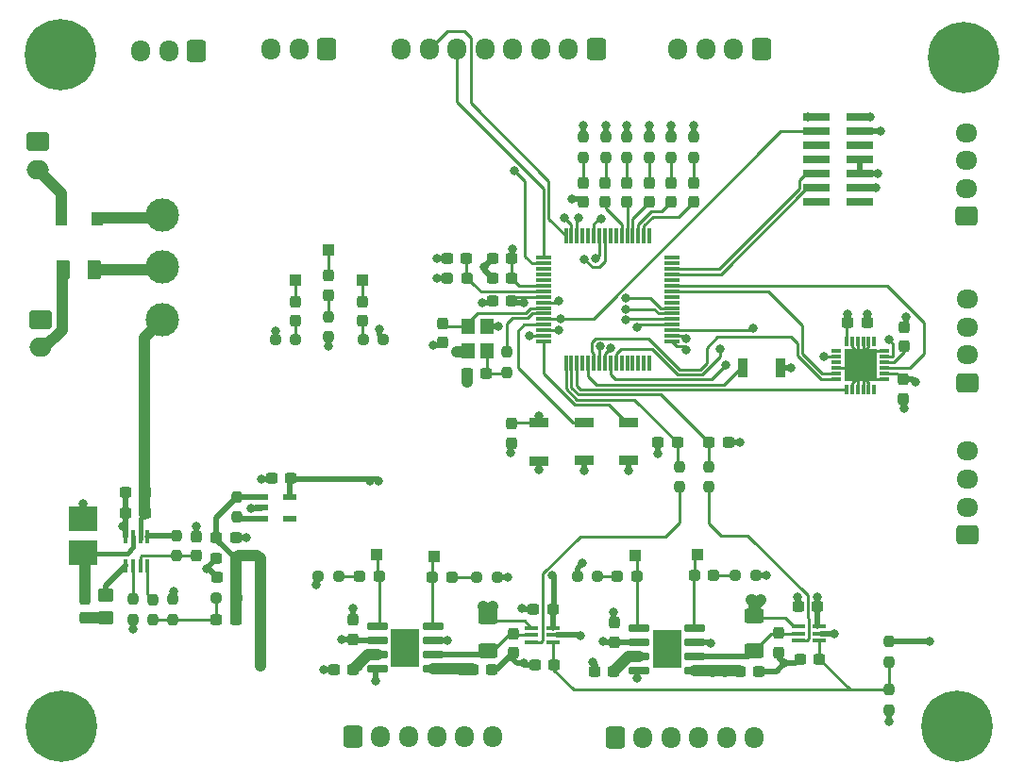
<source format=gbr>
%TF.GenerationSoftware,KiCad,Pcbnew,(7.0.0)*%
%TF.CreationDate,2023-10-26T11:16:44+02:00*%
%TF.ProjectId,Kyttiludzinator,4b797474-696c-4756-947a-696e61746f72,rev?*%
%TF.SameCoordinates,Original*%
%TF.FileFunction,Copper,L1,Top*%
%TF.FilePolarity,Positive*%
%FSLAX46Y46*%
G04 Gerber Fmt 4.6, Leading zero omitted, Abs format (unit mm)*
G04 Created by KiCad (PCBNEW (7.0.0)) date 2023-10-26 11:16:44*
%MOMM*%
%LPD*%
G01*
G04 APERTURE LIST*
G04 Aperture macros list*
%AMRoundRect*
0 Rectangle with rounded corners*
0 $1 Rounding radius*
0 $2 $3 $4 $5 $6 $7 $8 $9 X,Y pos of 4 corners*
0 Add a 4 corners polygon primitive as box body*
4,1,4,$2,$3,$4,$5,$6,$7,$8,$9,$2,$3,0*
0 Add four circle primitives for the rounded corners*
1,1,$1+$1,$2,$3*
1,1,$1+$1,$4,$5*
1,1,$1+$1,$6,$7*
1,1,$1+$1,$8,$9*
0 Add four rect primitives between the rounded corners*
20,1,$1+$1,$2,$3,$4,$5,0*
20,1,$1+$1,$4,$5,$6,$7,0*
20,1,$1+$1,$6,$7,$8,$9,0*
20,1,$1+$1,$8,$9,$2,$3,0*%
G04 Aperture macros list end*
%TA.AperFunction,ComponentPad*%
%ADD10RoundRect,0.250000X0.725000X-0.600000X0.725000X0.600000X-0.725000X0.600000X-0.725000X-0.600000X0*%
%TD*%
%TA.AperFunction,ComponentPad*%
%ADD11O,1.950000X1.700000*%
%TD*%
%TA.AperFunction,SMDPad,CuDef*%
%ADD12RoundRect,0.237500X0.237500X-0.250000X0.237500X0.250000X-0.237500X0.250000X-0.237500X-0.250000X0*%
%TD*%
%TA.AperFunction,SMDPad,CuDef*%
%ADD13RoundRect,0.237500X-0.300000X-0.237500X0.300000X-0.237500X0.300000X0.237500X-0.300000X0.237500X0*%
%TD*%
%TA.AperFunction,SMDPad,CuDef*%
%ADD14RoundRect,0.237500X-0.237500X0.287500X-0.237500X-0.287500X0.237500X-0.287500X0.237500X0.287500X0*%
%TD*%
%TA.AperFunction,SMDPad,CuDef*%
%ADD15RoundRect,0.237500X0.237500X-0.300000X0.237500X0.300000X-0.237500X0.300000X-0.237500X-0.300000X0*%
%TD*%
%TA.AperFunction,SMDPad,CuDef*%
%ADD16RoundRect,0.237500X-0.237500X0.250000X-0.237500X-0.250000X0.237500X-0.250000X0.237500X0.250000X0*%
%TD*%
%TA.AperFunction,SMDPad,CuDef*%
%ADD17RoundRect,0.150000X0.820000X0.150000X-0.820000X0.150000X-0.820000X-0.150000X0.820000X-0.150000X0*%
%TD*%
%TA.AperFunction,ComponentPad*%
%ADD18C,0.500000*%
%TD*%
%TA.AperFunction,SMDPad,CuDef*%
%ADD19R,2.620000X3.510000*%
%TD*%
%TA.AperFunction,SMDPad,CuDef*%
%ADD20RoundRect,0.250000X-0.450000X0.350000X-0.450000X-0.350000X0.450000X-0.350000X0.450000X0.350000X0*%
%TD*%
%TA.AperFunction,ComponentPad*%
%ADD21R,1.000000X1.000000*%
%TD*%
%TA.AperFunction,ComponentPad*%
%ADD22C,0.800000*%
%TD*%
%TA.AperFunction,ComponentPad*%
%ADD23C,6.400000*%
%TD*%
%TA.AperFunction,SMDPad,CuDef*%
%ADD24RoundRect,0.237500X0.300000X0.237500X-0.300000X0.237500X-0.300000X-0.237500X0.300000X-0.237500X0*%
%TD*%
%TA.AperFunction,SMDPad,CuDef*%
%ADD25RoundRect,0.237500X-0.237500X0.300000X-0.237500X-0.300000X0.237500X-0.300000X0.237500X0.300000X0*%
%TD*%
%TA.AperFunction,SMDPad,CuDef*%
%ADD26RoundRect,0.237500X0.250000X0.237500X-0.250000X0.237500X-0.250000X-0.237500X0.250000X-0.237500X0*%
%TD*%
%TA.AperFunction,SMDPad,CuDef*%
%ADD27R,1.200000X0.600000*%
%TD*%
%TA.AperFunction,ComponentPad*%
%ADD28RoundRect,0.250000X-0.750000X0.600000X-0.750000X-0.600000X0.750000X-0.600000X0.750000X0.600000X0*%
%TD*%
%TA.AperFunction,ComponentPad*%
%ADD29O,2.000000X1.700000*%
%TD*%
%TA.AperFunction,SMDPad,CuDef*%
%ADD30R,1.700000X0.900000*%
%TD*%
%TA.AperFunction,ComponentPad*%
%ADD31RoundRect,0.250000X0.600000X0.725000X-0.600000X0.725000X-0.600000X-0.725000X0.600000X-0.725000X0*%
%TD*%
%TA.AperFunction,ComponentPad*%
%ADD32O,1.700000X1.950000*%
%TD*%
%TA.AperFunction,SMDPad,CuDef*%
%ADD33RoundRect,0.250000X-0.625000X0.400000X-0.625000X-0.400000X0.625000X-0.400000X0.625000X0.400000X0*%
%TD*%
%TA.AperFunction,SMDPad,CuDef*%
%ADD34R,0.300000X0.950000*%
%TD*%
%TA.AperFunction,SMDPad,CuDef*%
%ADD35R,0.950000X0.300000*%
%TD*%
%TA.AperFunction,SMDPad,CuDef*%
%ADD36R,2.990000X2.990000*%
%TD*%
%TA.AperFunction,SMDPad,CuDef*%
%ADD37RoundRect,0.237500X0.237500X-0.287500X0.237500X0.287500X-0.237500X0.287500X-0.237500X-0.287500X0*%
%TD*%
%TA.AperFunction,SMDPad,CuDef*%
%ADD38R,0.450000X1.150000*%
%TD*%
%TA.AperFunction,SMDPad,CuDef*%
%ADD39RoundRect,0.237500X-0.287500X-0.237500X0.287500X-0.237500X0.287500X0.237500X-0.287500X0.237500X0*%
%TD*%
%TA.AperFunction,SMDPad,CuDef*%
%ADD40R,1.200000X0.400000*%
%TD*%
%TA.AperFunction,SMDPad,CuDef*%
%ADD41R,0.900000X1.700000*%
%TD*%
%TA.AperFunction,SMDPad,CuDef*%
%ADD42RoundRect,0.237500X0.287500X0.237500X-0.287500X0.237500X-0.287500X-0.237500X0.287500X-0.237500X0*%
%TD*%
%TA.AperFunction,SMDPad,CuDef*%
%ADD43R,1.200000X1.400000*%
%TD*%
%TA.AperFunction,SMDPad,CuDef*%
%ADD44RoundRect,0.237500X-0.250000X-0.237500X0.250000X-0.237500X0.250000X0.237500X-0.250000X0.237500X0*%
%TD*%
%TA.AperFunction,ComponentPad*%
%ADD45RoundRect,0.250000X-0.600000X-0.725000X0.600000X-0.725000X0.600000X0.725000X-0.600000X0.725000X0*%
%TD*%
%TA.AperFunction,SMDPad,CuDef*%
%ADD46R,2.500000X2.200000*%
%TD*%
%TA.AperFunction,SMDPad,CuDef*%
%ADD47R,1.120000X1.220000*%
%TD*%
%TA.AperFunction,SMDPad,CuDef*%
%ADD48R,1.475000X0.300000*%
%TD*%
%TA.AperFunction,SMDPad,CuDef*%
%ADD49R,0.300000X1.475000*%
%TD*%
%TA.AperFunction,SMDPad,CuDef*%
%ADD50R,2.400000X0.740000*%
%TD*%
%TA.AperFunction,SMDPad,CuDef*%
%ADD51RoundRect,0.250000X-0.375000X-0.625000X0.375000X-0.625000X0.375000X0.625000X-0.375000X0.625000X0*%
%TD*%
%TA.AperFunction,ComponentPad*%
%ADD52C,3.000000*%
%TD*%
%TA.AperFunction,ViaPad*%
%ADD53C,0.800000*%
%TD*%
%TA.AperFunction,Conductor*%
%ADD54C,0.500000*%
%TD*%
%TA.AperFunction,Conductor*%
%ADD55C,0.250000*%
%TD*%
%TA.AperFunction,Conductor*%
%ADD56C,1.000000*%
%TD*%
%TA.AperFunction,Conductor*%
%ADD57C,0.400000*%
%TD*%
G04 APERTURE END LIST*
D10*
%TO.P,J504,1,Pin_1*%
%TO.N,Moustache_1*%
X212958000Y-85859000D03*
D11*
%TO.P,J504,2,Pin_2*%
%TO.N,+3.3V*%
X212957999Y-83358999D03*
%TO.P,J504,3,Pin_3*%
%TO.N,Moustache_1*%
X212957999Y-80858999D03*
%TO.P,J504,4,Pin_4*%
%TO.N,+3.3V*%
X212957999Y-78358999D03*
%TD*%
D12*
%TO.P,R205,1*%
%TO.N,Net-(D202-K)*%
X188341000Y-51990000D03*
%TO.P,R205,2*%
%TO.N,GND*%
X188341000Y-50165000D03*
%TD*%
D13*
%TO.P,C308,1*%
%TO.N,+5V*%
X145568500Y-86106000D03*
%TO.P,C308,2*%
%TO.N,GND*%
X147293500Y-86106000D03*
%TD*%
D14*
%TO.P,D205,1,K*%
%TO.N,Net-(D205-K)*%
X184404000Y-54243000D03*
%TO.P,D205,2,A*%
%TO.N,/STM32G070RBT6/WHITE*%
X184404000Y-55993000D03*
%TD*%
D15*
%TO.P,C401,1*%
%TO.N,+5V*%
X157800000Y-95223500D03*
%TO.P,C401,2*%
%TO.N,GND*%
X157800000Y-93498500D03*
%TD*%
D16*
%TO.P,R202,1*%
%TO.N,Net-(IC201-PA0)*%
X187071000Y-79732500D03*
%TO.P,R202,2*%
%TO.N,ADC_2*%
X187071000Y-81557500D03*
%TD*%
D17*
%TO.P,U401,1,OUT1*%
%TO.N,/Drivers_moteurs/Motor1+*%
X188441000Y-98044000D03*
%TO.P,U401,2,VM*%
%TO.N,/Drivers_moteurs/M1_VM*%
X188441000Y-96774000D03*
%TO.P,U401,3,VDD*%
%TO.N,+5V*%
X188441000Y-95504000D03*
%TO.P,U401,4,FWD*%
%TO.N,PWM_MOT1_CH1*%
X188441000Y-94234000D03*
%TO.P,U401,5,REV*%
%TO.N,PWM_MOT1_CH2*%
X183481000Y-94234000D03*
%TO.P,U401,6,VREF*%
%TO.N,+5V*%
X183481000Y-95504000D03*
%TO.P,U401,7,OUT2*%
%TO.N,/Drivers_moteurs/Motor1-*%
X183481000Y-96774000D03*
%TO.P,U401,8,GND*%
%TO.N,GND*%
X183481000Y-98044000D03*
D18*
%TO.P,U401,9*%
%TO.N,N/C*%
X186661000Y-97139000D03*
X186661000Y-96139000D03*
X186661000Y-95139000D03*
D19*
X185960999Y-96138999D03*
D18*
X185261000Y-97139000D03*
X185261000Y-96139000D03*
X185261000Y-95139000D03*
%TD*%
D20*
%TO.P,R303,1*%
%TO.N,Net-(U301-BST)*%
X135636000Y-91305500D03*
%TO.P,R303,2*%
%TO.N,Net-(C304-Pad2)*%
X135636000Y-93305500D03*
%TD*%
D21*
%TO.P,REF\u002A\u002A,*%
%TO.N,+3.3V*%
X158622999Y-62991999D03*
%TD*%
D22*
%TO.P,REFe,1*%
%TO.N,N/C*%
X210200000Y-43000000D03*
X210902944Y-41302944D03*
X210902944Y-44697056D03*
X212600000Y-40600000D03*
D23*
%TO.N,GND*%
X212600000Y-43000000D03*
D22*
%TO.N,N/C*%
X212600000Y-45400000D03*
X214297056Y-41302944D03*
X214297056Y-44697056D03*
X215000000Y-43000000D03*
%TD*%
D24*
%TO.P,C307,1*%
%TO.N,+5V*%
X147291000Y-87997500D03*
%TO.P,C307,2*%
%TO.N,GND*%
X145566000Y-87997500D03*
%TD*%
D15*
%TO.P,C402,1*%
%TO.N,+5V*%
X181229000Y-95477500D03*
%TO.P,C402,2*%
%TO.N,GND*%
X181229000Y-93752500D03*
%TD*%
D16*
%TO.P,R305,1*%
%TO.N,GND*%
X141605000Y-91647000D03*
%TO.P,R305,2*%
%TO.N,Net-(C305-Pad1)*%
X141605000Y-93472000D03*
%TD*%
D25*
%TO.P,C304,1*%
%TO.N,Net-(U301-SW)*%
X133731000Y-91570000D03*
%TO.P,C304,2*%
%TO.N,Net-(C304-Pad2)*%
X133731000Y-93295000D03*
%TD*%
D13*
%TO.P,C206,1*%
%TO.N,GND*%
X185192500Y-77597000D03*
%TO.P,C206,2*%
%TO.N,Net-(IC201-PA0)*%
X186917500Y-77597000D03*
%TD*%
D26*
%TO.P,R402,1*%
%TO.N,Net-(D402-K)*%
X179756500Y-89600000D03*
%TO.P,R402,2*%
%TO.N,GND*%
X177931500Y-89600000D03*
%TD*%
D24*
%TO.P,C405,1*%
%TO.N,/Drivers_moteurs/REF*%
X199662500Y-97000000D03*
%TO.P,C405,2*%
%TO.N,GND*%
X197937500Y-97000000D03*
%TD*%
D27*
%TO.P,PS301,1,VIN*%
%TO.N,+5V*%
X149623499Y-82475499D03*
%TO.P,PS301,2,GND*%
%TO.N,GND*%
X149623499Y-83425499D03*
%TO.P,PS301,3,EN*%
%TO.N,Net-(PS301-EN)*%
X149623499Y-84375499D03*
%TO.P,PS301,4,NC*%
%TO.N,unconnected-(PS301-NC-Pad4)*%
X152123499Y-84375499D03*
%TO.P,PS301,5,VOUT*%
%TO.N,+3.3V*%
X152123499Y-82475499D03*
%TD*%
D28*
%TO.P,Alim_charger301,1,Pin_1*%
%TO.N,GND*%
X129485000Y-50566000D03*
D29*
%TO.P,Alim_charger301,2,Pin_2*%
%TO.N,Net-(Alim_charger301-Pin_2)*%
X129484999Y-53065999D03*
%TD*%
D21*
%TO.P,REF\u002A\u002A,*%
%TO.N,PWM_MOT2_CH1*%
X165099999Y-87799999D03*
%TD*%
D24*
%TO.P,C410,1*%
%TO.N,/Drivers_moteurs/Motor1-*%
X181200000Y-98100000D03*
%TO.P,C410,2*%
%TO.N,GND*%
X179475000Y-98100000D03*
%TD*%
D30*
%TO.P,SW202,1,1*%
%TO.N,/STM32G070RBT6/BUTTON_1*%
X178561999Y-75769999D03*
%TO.P,SW202,2,2*%
%TO.N,GND*%
X178561999Y-79169999D03*
%TD*%
D31*
%TO.P,J502,1,Pin_1*%
%TO.N,Bordure_1*%
X155448000Y-42291000D03*
D32*
%TO.P,J502,2,Pin_2*%
%TO.N,+5V*%
X152947999Y-42290999D03*
%TO.P,J502,3,Pin_3*%
%TO.N,GND*%
X150447999Y-42290999D03*
%TD*%
D16*
%TO.P,R304,1*%
%TO.N,Net-(U301-FB)*%
X139827000Y-91670500D03*
%TO.P,R304,2*%
%TO.N,Net-(C305-Pad1)*%
X139827000Y-93495500D03*
%TD*%
D33*
%TO.P,R406,1*%
%TO.N,+BATT*%
X169900000Y-93200000D03*
%TO.P,R406,2*%
%TO.N,/Drivers_moteurs/In_2-*%
X169900000Y-96300000D03*
%TD*%
D24*
%TO.P,C204,1*%
%TO.N,GND*%
X191489500Y-77597000D03*
%TO.P,C204,2*%
%TO.N,Net-(IC201-PA1)*%
X189764500Y-77597000D03*
%TD*%
%TO.P,C303,1*%
%TO.N,+BATT*%
X139163000Y-83933500D03*
%TO.P,C303,2*%
%TO.N,GND*%
X137438000Y-83933500D03*
%TD*%
D16*
%TO.P,R404,1*%
%TO.N,+5V*%
X155575000Y-66270500D03*
%TO.P,R404,2*%
%TO.N,GND*%
X155575000Y-68095500D03*
%TD*%
D34*
%TO.P,IC501,1,MOSI*%
%TO.N,SPI1_MOSI*%
X202067999Y-72781999D03*
%TO.P,IC501,2,GND_1*%
%TO.N,GND*%
X202567999Y-72781999D03*
%TO.P,IC501,3,GND_2*%
X203067999Y-72781999D03*
%TO.P,IC501,4,GND_3*%
X203567999Y-72781999D03*
%TO.P,IC501,5,GND_4*%
X204067999Y-72781999D03*
%TO.P,IC501,6,FL_1*%
%TO.N,unconnected-(IC501-FL_1-Pad6)*%
X204567999Y-72781999D03*
D35*
%TO.P,IC501,7,GND_5*%
%TO.N,GND*%
X205467999Y-71881999D03*
%TO.P,IC501,8,VDDIO*%
%TO.N,+5V*%
X205467999Y-71381999D03*
%TO.P,IC501,9,MISO*%
%TO.N,SPI1_MISO*%
X205467999Y-70881999D03*
%TO.P,IC501,10,REGOUT*%
%TO.N,Net-(IC501-REGOUT)*%
X205467999Y-70381999D03*
%TO.P,IC501,11,VDD*%
%TO.N,+5V*%
X205467999Y-69881999D03*
%TO.P,IC501,12,ODR*%
%TO.N,GND*%
X205467999Y-69381999D03*
D34*
%TO.P,IC501,13,FL_2*%
%TO.N,unconnected-(IC501-FL_2-Pad13)*%
X204567999Y-68481999D03*
%TO.P,IC501,14,GND_6*%
%TO.N,GND*%
X204067999Y-68481999D03*
%TO.P,IC501,15,GND_7*%
X203567999Y-68481999D03*
%TO.P,IC501,16,GND_8*%
X203067999Y-68481999D03*
%TO.P,IC501,17,GND_9*%
X202567999Y-68481999D03*
%TO.P,IC501,18,RESETN*%
%TO.N,+5V*%
X202067999Y-68481999D03*
D35*
%TO.P,IC501,19,FL_3*%
%TO.N,unconnected-(IC501-FL_3-Pad19)*%
X201167999Y-69381999D03*
%TO.P,IC501,20,VPP*%
%TO.N,+5V*%
X201167999Y-69881999D03*
%TO.P,IC501,21,FL_4*%
%TO.N,unconnected-(IC501-FL_4-Pad21)*%
X201167999Y-70381999D03*
%TO.P,IC501,22,GND_10*%
%TO.N,GND*%
X201167999Y-70881999D03*
%TO.P,IC501,23,NCS*%
%TO.N,SPI1_CS*%
X201167999Y-71381999D03*
%TO.P,IC501,24,SCLK*%
%TO.N,SPI1_SCK*%
X201167999Y-71881999D03*
D36*
%TO.P,IC501,25,THERMAL_PAD*%
%TO.N,GND*%
X203317999Y-70631999D03*
%TD*%
D22*
%TO.P,REF\u002A\u002A,1*%
%TO.N,N/C*%
X209600000Y-103000000D03*
X210302944Y-101302944D03*
X210302944Y-104697056D03*
X212000000Y-100600000D03*
D23*
%TO.N,GND*%
X212000000Y-103000000D03*
D22*
%TO.N,N/C*%
X212000000Y-105400000D03*
X213697056Y-101302944D03*
X213697056Y-104697056D03*
X214400000Y-103000000D03*
%TD*%
D24*
%TO.P,C309,1*%
%TO.N,+3.3V*%
X152246500Y-80800000D03*
%TO.P,C309,2*%
%TO.N,GND*%
X150521500Y-80800000D03*
%TD*%
%TO.P,C403,1*%
%TO.N,+3.3V*%
X175715000Y-92583000D03*
%TO.P,C403,2*%
%TO.N,GND*%
X173990000Y-92583000D03*
%TD*%
D37*
%TO.P,D404,1,K*%
%TO.N,+BATT*%
X152654000Y-66661000D03*
%TO.P,D404,2,A*%
X152654000Y-64911000D03*
%TD*%
D16*
%TO.P,R302,1*%
%TO.N,Net-(U301-EN{slash}SYNC)*%
X138049000Y-91647000D03*
%TO.P,R302,2*%
%TO.N,+BATT*%
X138049000Y-93472000D03*
%TD*%
D13*
%TO.P,C408,1*%
%TO.N,GND*%
X174137500Y-97500000D03*
%TO.P,C408,2*%
%TO.N,/Drivers_moteurs/REF*%
X175862500Y-97500000D03*
%TD*%
D31*
%TO.P,J503,1,Pin_1*%
%TO.N,unconnected-(J503-Pin_1-Pad1)*%
X179632000Y-42291000D03*
D32*
%TO.P,J503,2,Pin_2*%
%TO.N,LIDAR_M*%
X177131999Y-42290999D03*
%TO.P,J503,3,Pin_3*%
%TO.N,LIDAR_DEV*%
X174631999Y-42290999D03*
%TO.P,J503,4,Pin_4*%
%TO.N,LIDAR_PWM*%
X172131999Y-42290999D03*
%TO.P,J503,5,Pin_5*%
%TO.N,GND*%
X169631999Y-42290999D03*
%TO.P,J503,6,Pin_6*%
%TO.N,LIDAR_RX*%
X167131999Y-42290999D03*
%TO.P,J503,7,Pin_7*%
%TO.N,LIDAR_TX*%
X164631999Y-42290999D03*
%TO.P,J503,8,Pin_8*%
%TO.N,+5V*%
X162131999Y-42290999D03*
%TD*%
D28*
%TO.P,Alim_batterie301,1,Pin_1*%
%TO.N,GND*%
X129794000Y-66548000D03*
D29*
%TO.P,Alim_batterie301,2,Pin_2*%
%TO.N,Net-(Alim_batterie301-Pin_2)*%
X129793999Y-69047999D03*
%TD*%
D38*
%TO.P,U301,1,PG*%
%TO.N,Net-(U301-PG)*%
X139361499Y-86032499D03*
%TO.P,U301,2,IN*%
%TO.N,+BATT*%
X138711499Y-86032499D03*
%TO.P,U301,3,SW*%
%TO.N,Net-(U301-SW)*%
X138061499Y-86032499D03*
%TO.P,U301,4,GND*%
%TO.N,GND*%
X137411499Y-86032499D03*
%TO.P,U301,5,BST*%
%TO.N,Net-(U301-BST)*%
X137411499Y-88632499D03*
%TO.P,U301,6,EN/SYNC*%
%TO.N,Net-(U301-EN{slash}SYNC)*%
X138061499Y-88632499D03*
%TO.P,U301,7,VCC*%
%TO.N,Net-(U301-VCC)*%
X138711499Y-88632499D03*
%TO.P,U301,8,FB*%
%TO.N,Net-(U301-FB)*%
X139361499Y-88632499D03*
%TD*%
D16*
%TO.P,R407,1*%
%TO.N,+3.3V*%
X205867000Y-95457000D03*
%TO.P,R407,2*%
%TO.N,/Drivers_moteurs/REF*%
X205867000Y-97282000D03*
%TD*%
%TO.P,R201,1*%
%TO.N,Net-(IC201-PA1)*%
X189738000Y-79732500D03*
%TO.P,R201,2*%
%TO.N,ADC_1*%
X189738000Y-81557500D03*
%TD*%
D14*
%TO.P,D204,1,K*%
%TO.N,Net-(D204-K)*%
X182372000Y-54257000D03*
%TO.P,D204,2,A*%
%TO.N,/STM32G070RBT6/BLUE*%
X182372000Y-56007000D03*
%TD*%
D13*
%TO.P,C305,1*%
%TO.N,Net-(C305-Pad1)*%
X145569000Y-93458500D03*
%TO.P,C305,2*%
%TO.N,+5V*%
X147294000Y-93458500D03*
%TD*%
D39*
%TO.P,L201,1*%
%TO.N,+3.3V*%
X166257000Y-62865000D03*
%TO.P,L201,2*%
%TO.N,/STM32G070RBT6/VREF*%
X168007000Y-62865000D03*
%TD*%
D25*
%TO.P,C407,1*%
%TO.N,/Drivers_moteurs/In_2-*%
X172200000Y-94737500D03*
%TO.P,C407,2*%
%TO.N,GND*%
X172200000Y-96462500D03*
%TD*%
D12*
%TO.P,R203,1*%
%TO.N,/STM32G070RBT6/OSC_OUT*%
X171577000Y-71270500D03*
%TO.P,R203,2*%
X171577000Y-69445500D03*
%TD*%
D22*
%TO.P,REF\u002A\u002A,1*%
%TO.N,N/C*%
X129200000Y-103000000D03*
X129902944Y-101302944D03*
X129902944Y-104697056D03*
X131600000Y-100600000D03*
D23*
%TO.N,GND*%
X131600000Y-103000000D03*
D22*
%TO.N,N/C*%
X131600000Y-105400000D03*
X133297056Y-101302944D03*
X133297056Y-104697056D03*
X134000000Y-103000000D03*
%TD*%
D33*
%TO.P,R405,1*%
%TO.N,+BATT*%
X193800000Y-93150000D03*
%TO.P,R405,2*%
%TO.N,/Drivers_moteurs/M1_VM*%
X193800000Y-96250000D03*
%TD*%
D12*
%TO.P,R307,1*%
%TO.N,Net-(PS301-EN)*%
X147424500Y-84272000D03*
%TO.P,R307,2*%
%TO.N,+5V*%
X147424500Y-82447000D03*
%TD*%
D10*
%TO.P,J505,1,Pin_1*%
%TO.N,Moustache_3*%
X212852000Y-57277000D03*
D11*
%TO.P,J505,2,Pin_2*%
%TO.N,+3.3V*%
X212851999Y-54776999D03*
%TO.P,J505,3,Pin_3*%
%TO.N,Moustache_3*%
X212851999Y-52276999D03*
%TO.P,J505,4,Pin_4*%
%TO.N,+3.3V*%
X212851999Y-49776999D03*
%TD*%
D16*
%TO.P,R301,1*%
%TO.N,Net-(U301-PG)*%
X141983500Y-85932000D03*
%TO.P,R301,2*%
%TO.N,Net-(U301-VCC)*%
X141983500Y-87757000D03*
%TD*%
D24*
%TO.P,C203,1*%
%TO.N,+3.3V*%
X172058500Y-61087000D03*
%TO.P,C203,2*%
%TO.N,GND*%
X170333500Y-61087000D03*
%TD*%
%TO.P,C306,1*%
%TO.N,+5V*%
X147317500Y-89648500D03*
%TO.P,C306,2*%
%TO.N,GND*%
X145592500Y-89648500D03*
%TD*%
D31*
%TO.P,J506,1,Pin_1*%
%TO.N,Moustache_4*%
X194437000Y-42291000D03*
D32*
%TO.P,J506,2,Pin_2*%
%TO.N,+3.3V*%
X191936999Y-42290999D03*
%TO.P,J506,3,Pin_3*%
%TO.N,Moustache_4*%
X189436999Y-42290999D03*
%TO.P,J506,4,Pin_4*%
%TO.N,+3.3V*%
X186936999Y-42290999D03*
%TD*%
D13*
%TO.P,C209,1*%
%TO.N,GND*%
X168047500Y-71374000D03*
%TO.P,C209,2*%
%TO.N,/STM32G070RBT6/OSC_OUT*%
X169772500Y-71374000D03*
%TD*%
D21*
%TO.P,REF\u002A\u002A,1*%
%TO.N,PWM_MOT1_CH1*%
X188699999Y-87599999D03*
%TD*%
D12*
%TO.P,R208,1*%
%TO.N,Net-(D205-K)*%
X184404000Y-51966500D03*
%TO.P,R208,2*%
%TO.N,GND*%
X184404000Y-50141500D03*
%TD*%
D17*
%TO.P,U402,1,OUT1*%
%TO.N,/Drivers_moteurs/Motor2+*%
X164979000Y-97917000D03*
%TO.P,U402,2,VM*%
%TO.N,/Drivers_moteurs/In_2-*%
X164979000Y-96647000D03*
%TO.P,U402,3,VDD*%
%TO.N,+5V*%
X164979000Y-95377000D03*
%TO.P,U402,4,FWD*%
%TO.N,PWM_MOT2_CH1*%
X164979000Y-94107000D03*
%TO.P,U402,5,REV*%
%TO.N,PWM_MOT2_CH2*%
X160019000Y-94107000D03*
%TO.P,U402,6,VREF*%
%TO.N,+5V*%
X160019000Y-95377000D03*
%TO.P,U402,7,OUT2*%
%TO.N,/Drivers_moteurs/Motor2-*%
X160019000Y-96647000D03*
%TO.P,U402,8,GND*%
%TO.N,GND*%
X160019000Y-97917000D03*
D18*
%TO.P,U402,9*%
%TO.N,N/C*%
X163199000Y-97012000D03*
X163199000Y-96012000D03*
X163199000Y-95012000D03*
D19*
X162498999Y-96011999D03*
D18*
X161799000Y-97012000D03*
X161799000Y-96012000D03*
X161799000Y-95012000D03*
%TD*%
D40*
%TO.P,IC402,1,REF*%
%TO.N,/Drivers_moteurs/REF*%
X175734999Y-95499999D03*
%TO.P,IC402,2,GND*%
%TO.N,GND*%
X175734999Y-94849999D03*
%TO.P,IC402,3,VS*%
%TO.N,+3.3V*%
X175734999Y-94199999D03*
%TO.P,IC402,4,IN+*%
%TO.N,+BATT*%
X173834999Y-94199999D03*
%TO.P,IC402,5,IN-*%
%TO.N,/Drivers_moteurs/In_2-*%
X173834999Y-94849999D03*
%TO.P,IC402,6,OUT*%
%TO.N,ADC_2*%
X173834999Y-95499999D03*
%TD*%
D25*
%TO.P,C207,1*%
%TO.N,/STM32G070RBT6/NRST*%
X172000000Y-75900000D03*
%TO.P,C207,2*%
%TO.N,GND*%
X172000000Y-77625000D03*
%TD*%
D41*
%TO.P,SW204,1,1*%
%TO.N,/STM32G070RBT6/BUTTON_3*%
X192736999Y-70865999D03*
%TO.P,SW204,2,2*%
%TO.N,GND*%
X196136999Y-70865999D03*
%TD*%
D12*
%TO.P,R207,1*%
%TO.N,Net-(D204-K)*%
X182372000Y-51966500D03*
%TO.P,R207,2*%
%TO.N,GND*%
X182372000Y-50141500D03*
%TD*%
D24*
%TO.P,C201,1*%
%TO.N,+3.3V*%
X172058500Y-64897000D03*
%TO.P,C201,2*%
%TO.N,GND*%
X170333500Y-64897000D03*
%TD*%
D26*
%TO.P,R404,1*%
%TO.N,Net-(D404-K)*%
X156500000Y-89600000D03*
%TO.P,R404,2*%
%TO.N,GND*%
X154675000Y-89600000D03*
%TD*%
D21*
%TO.P,REF\u002A\u002A,*%
%TO.N,+5V*%
X155574999Y-60324999D03*
%TD*%
D42*
%TO.P,D403,1,K*%
%TO.N,Net-(D403-K)*%
X166675000Y-89700000D03*
%TO.P,D403,2,A*%
%TO.N,PWM_MOT2_CH1*%
X164925000Y-89700000D03*
%TD*%
%TO.P,D401,1,K*%
%TO.N,Net-(D401-K)*%
X190185000Y-89535000D03*
%TO.P,D401,2,A*%
%TO.N,PWM_MOT1_CH1*%
X188435000Y-89535000D03*
%TD*%
D43*
%TO.P,Y201,1,1*%
%TO.N,/STM32G070RBT6/OSC_OUT*%
X169798999Y-69341999D03*
%TO.P,Y201,2,2*%
%TO.N,GND*%
X169798999Y-67141999D03*
%TO.P,Y201,3,3*%
%TO.N,/STM32G070RBT6/OSC_IN*%
X168098999Y-67141999D03*
%TO.P,Y201,4,4*%
%TO.N,GND*%
X168098999Y-69341999D03*
%TD*%
D39*
%TO.P,D404,1,K*%
%TO.N,Net-(D404-K)*%
X158395500Y-89600000D03*
%TO.P,D404,2,A*%
%TO.N,PWM_MOT2_CH2*%
X160145500Y-89600000D03*
%TD*%
D24*
%TO.P,C503,1*%
%TO.N,GND*%
X203935500Y-66802000D03*
%TO.P,C503,2*%
%TO.N,+5V*%
X202210500Y-66802000D03*
%TD*%
D25*
%TO.P,C208,1*%
%TO.N,/STM32G070RBT6/OSC_IN*%
X165862000Y-66855000D03*
%TO.P,C208,2*%
%TO.N,GND*%
X165862000Y-68580000D03*
%TD*%
D44*
%TO.P,R403,1*%
%TO.N,Net-(D403-K)*%
X168890500Y-89700000D03*
%TO.P,R403,2*%
%TO.N,GND*%
X170715500Y-89700000D03*
%TD*%
D45*
%TO.P,J402,1,Pin_1*%
%TO.N,/Drivers_moteurs/Motor2-*%
X157800000Y-104000000D03*
D32*
%TO.P,J402,2,Pin_2*%
%TO.N,GND*%
X160299999Y-103999999D03*
%TO.P,J402,3,Pin_3*%
%TO.N,Codeur2_PH1*%
X162799999Y-103999999D03*
%TO.P,J402,4,Pin_4*%
%TO.N,Codeur2_PH2*%
X165299999Y-103999999D03*
%TO.P,J402,5,Pin_5*%
%TO.N,+5V*%
X167799999Y-103999999D03*
%TO.P,J402,6,Pin_6*%
%TO.N,/Drivers_moteurs/Motor2+*%
X170299999Y-103999999D03*
%TD*%
D24*
%TO.P,C412,1*%
%TO.N,/Drivers_moteurs/Motor2-*%
X157834500Y-98000000D03*
%TO.P,C412,2*%
%TO.N,GND*%
X156109500Y-98000000D03*
%TD*%
D13*
%TO.P,C411,1*%
%TO.N,/Drivers_moteurs/Motor2+*%
X168537500Y-98000000D03*
%TO.P,C411,2*%
%TO.N,GND*%
X170262500Y-98000000D03*
%TD*%
D24*
%TO.P,C202,1*%
%TO.N,+3.3V*%
X172058500Y-62865000D03*
%TO.P,C202,2*%
%TO.N,GND*%
X170333500Y-62865000D03*
%TD*%
%TO.P,C301,1*%
%TO.N,+BATT*%
X139165500Y-82028500D03*
%TO.P,C301,2*%
%TO.N,GND*%
X137440500Y-82028500D03*
%TD*%
D14*
%TO.P,D203,1,K*%
%TO.N,Net-(D203-K)*%
X186309000Y-54243000D03*
%TO.P,D203,2,A*%
%TO.N,/STM32G070RBT6/YELLOW*%
X186309000Y-55993000D03*
%TD*%
D15*
%TO.P,C501,1*%
%TO.N,GND*%
X207137000Y-73633500D03*
%TO.P,C501,2*%
%TO.N,+5V*%
X207137000Y-71908500D03*
%TD*%
D44*
%TO.P,R306,1*%
%TO.N,Net-(C305-Pad1)*%
X145542500Y-91553500D03*
%TO.P,R306,2*%
%TO.N,+5V*%
X147367500Y-91553500D03*
%TD*%
D21*
%TO.P,REF\u002A\u002A,*%
%TO.N,PWM_MOT2_CH2*%
X159892999Y-87629999D03*
%TD*%
D44*
%TO.P,R401,1*%
%TO.N,Net-(D401-K)*%
X192104000Y-89535000D03*
%TO.P,R401,2*%
%TO.N,GND*%
X193929000Y-89535000D03*
%TD*%
D10*
%TO.P,J509,1,Pin_1*%
%TO.N,Moustache_2*%
X212958000Y-72203000D03*
D11*
%TO.P,J509,2,Pin_2*%
%TO.N,+3.3V*%
X212957999Y-69702999D03*
%TO.P,J509,3,Pin_3*%
%TO.N,Moustache_2*%
X212957999Y-67202999D03*
%TO.P,J509,4,Pin_4*%
%TO.N,+3.3V*%
X212957999Y-64702999D03*
%TD*%
D40*
%TO.P,IC401,*%
%TO.N,+BATT*%
X197726999Y-94076999D03*
%TO.P,IC401,1,REF*%
%TO.N,/Drivers_moteurs/REF*%
X199626999Y-95376999D03*
%TO.P,IC401,2,GND*%
%TO.N,GND*%
X199626999Y-94726999D03*
%TO.P,IC401,3,VS*%
%TO.N,+3.3V*%
X199626999Y-94076999D03*
%TO.P,IC401,5,IN-*%
%TO.N,/Drivers_moteurs/M1_VM*%
X197726999Y-94726999D03*
%TO.P,IC401,6,OUT*%
%TO.N,ADC_1*%
X197726999Y-95376999D03*
%TD*%
D30*
%TO.P,SW201,1,1*%
%TO.N,/STM32G070RBT6/NRST*%
X174497999Y-75818999D03*
%TO.P,SW201,2,2*%
%TO.N,GND*%
X174497999Y-79218999D03*
%TD*%
D26*
%TO.P,R404,1*%
%TO.N,+BATT*%
X152677500Y-68326000D03*
%TO.P,R404,2*%
%TO.N,GND*%
X150852500Y-68326000D03*
%TD*%
D12*
%TO.P,R204,1*%
%TO.N,Net-(D201-K)*%
X178435000Y-51990000D03*
%TO.P,R204,2*%
%TO.N,GND*%
X178435000Y-50165000D03*
%TD*%
D46*
%TO.P,L301,1*%
%TO.N,Net-(U301-SW)*%
X133601499Y-87489499D03*
%TO.P,L301,2*%
%TO.N,+5V*%
X133601499Y-84389499D03*
%TD*%
D31*
%TO.P,J501,1,Pin_1*%
%TO.N,Bordure_2*%
X143764000Y-42418000D03*
D32*
%TO.P,J501,2,Pin_2*%
%TO.N,+5V*%
X141263999Y-42417999D03*
%TO.P,J501,3,Pin_3*%
%TO.N,GND*%
X138763999Y-42417999D03*
%TD*%
D16*
%TO.P,R408,1*%
%TO.N,/Drivers_moteurs/REF*%
X205867000Y-99775000D03*
%TO.P,R408,2*%
%TO.N,GND*%
X205867000Y-101600000D03*
%TD*%
D25*
%TO.P,C302,1*%
%TO.N,GND*%
X143761500Y-85992000D03*
%TO.P,C302,2*%
%TO.N,Net-(U301-VCC)*%
X143761500Y-87717000D03*
%TD*%
D21*
%TO.P,REF\u002A\u002A,*%
%TO.N,PWM_MOT1_CH2*%
X183099999Y-87699999D03*
%TD*%
D13*
%TO.P,C409,1*%
%TO.N,/Drivers_moteurs/Motor1+*%
X192475000Y-98100000D03*
%TO.P,C409,2*%
%TO.N,GND*%
X194200000Y-98100000D03*
%TD*%
D47*
%TO.P,D301,1,A1*%
%TO.N,Net-(D301-A1)*%
X134822999Y-57530999D03*
%TO.P,D301,2,A2*%
%TO.N,Net-(Alim_charger301-Pin_2)*%
X131622999Y-57530999D03*
%TD*%
D21*
%TO.P,REF\u002A\u002A,*%
%TO.N,+BATT*%
X152653999Y-62991999D03*
%TD*%
D48*
%TO.P,IC201,1,PC11*%
%TO.N,LIDAR_RX*%
X174915999Y-60996999D03*
%TO.P,IC201,2,PC12*%
%TO.N,LIDAR_PWM*%
X174915999Y-61496999D03*
%TO.P,IC201,3,PC13*%
%TO.N,unconnected-(IC201-PC13-Pad3)*%
X174915999Y-61996999D03*
%TO.P,IC201,4,PC14-OSC32_IN*%
%TO.N,unconnected-(IC201-PC14-OSC32_IN-Pad4)*%
X174915999Y-62496999D03*
%TO.P,IC201,5,PC15-OSC32_OUT*%
%TO.N,unconnected-(IC201-PC15-OSC32_OUT-Pad5)*%
X174915999Y-62996999D03*
%TO.P,IC201,6,VBAT*%
%TO.N,+3.3V*%
X174915999Y-63496999D03*
%TO.P,IC201,7,VREF+*%
%TO.N,/STM32G070RBT6/VREF*%
X174915999Y-63996999D03*
%TO.P,IC201,8,VDD/VDDA*%
%TO.N,+3.3V*%
X174915999Y-64496999D03*
%TO.P,IC201,9,VSS/VSSA*%
%TO.N,GND*%
X174915999Y-64996999D03*
%TO.P,IC201,10,PF0-OSC_IN*%
%TO.N,/STM32G070RBT6/OSC_IN*%
X174915999Y-65496999D03*
%TO.P,IC201,11,PF1-OSC_OUT*%
%TO.N,/STM32G070RBT6/OSC_OUT*%
X174915999Y-65996999D03*
%TO.P,IC201,12,NRST*%
%TO.N,/STM32G070RBT6/NRST*%
X174915999Y-66496999D03*
%TO.P,IC201,13,PC0*%
%TO.N,/STM32G070RBT6/BUTTON_1*%
X174915999Y-66996999D03*
%TO.P,IC201,14,PC1*%
%TO.N,PWM_MOT2_CH1*%
X174915999Y-67496999D03*
%TO.P,IC201,15,PC2*%
%TO.N,PWM_MOT2_CH2*%
X174915999Y-67996999D03*
%TO.P,IC201,16,PC3*%
%TO.N,/STM32G070RBT6/BUTTON_2*%
X174915999Y-68496999D03*
D49*
%TO.P,IC201,17,PA0*%
%TO.N,Net-(IC201-PA0)*%
X176903999Y-70484999D03*
%TO.P,IC201,18,PA1*%
%TO.N,Net-(IC201-PA1)*%
X177403999Y-70484999D03*
%TO.P,IC201,19,PA2*%
%TO.N,SPI1_MOSI*%
X177903999Y-70484999D03*
%TO.P,IC201,20,PA3*%
%TO.N,unconnected-(IC201-PA3-Pad20)*%
X178403999Y-70484999D03*
%TO.P,IC201,21,PA4*%
%TO.N,/STM32G070RBT6/BUTTON_3*%
X178903999Y-70484999D03*
%TO.P,IC201,22,PA5*%
%TO.N,SPI1_SCK*%
X179403999Y-70484999D03*
%TO.P,IC201,23,PA6*%
%TO.N,PWM_MOT1_CH1*%
X179903999Y-70484999D03*
%TO.P,IC201,24,PA7*%
%TO.N,PWM_MOT1_CH2*%
X180403999Y-70484999D03*
%TO.P,IC201,25,PC4*%
%TO.N,/STM32G070RBT6/TX*%
X180903999Y-70484999D03*
%TO.P,IC201,26,PC5*%
%TO.N,/STM32G070RBT6/RX*%
X181403999Y-70484999D03*
%TO.P,IC201,27,PB0*%
%TO.N,unconnected-(IC201-PB0-Pad27)*%
X181903999Y-70484999D03*
%TO.P,IC201,28,PB1*%
%TO.N,unconnected-(IC201-PB1-Pad28)*%
X182403999Y-70484999D03*
%TO.P,IC201,29,PB2*%
%TO.N,unconnected-(IC201-PB2-Pad29)*%
X182903999Y-70484999D03*
%TO.P,IC201,30,PB10*%
%TO.N,unconnected-(IC201-PB10-Pad30)*%
X183403999Y-70484999D03*
%TO.P,IC201,31,PB11*%
%TO.N,unconnected-(IC201-PB11-Pad31)*%
X183903999Y-70484999D03*
%TO.P,IC201,32,PB12*%
%TO.N,unconnected-(IC201-PB12-Pad32)*%
X184403999Y-70484999D03*
D48*
%TO.P,IC201,33,PB13*%
%TO.N,Moustache_1*%
X186391999Y-68496999D03*
%TO.P,IC201,34,PB14*%
%TO.N,Moustache_2*%
X186391999Y-67996999D03*
%TO.P,IC201,35,PB15*%
%TO.N,Moustache_3*%
X186391999Y-67496999D03*
%TO.P,IC201,36,PA8*%
%TO.N,Codeur1_PH1*%
X186391999Y-66996999D03*
%TO.P,IC201,37,PA9*%
%TO.N,Codeur1_PH2*%
X186391999Y-66496999D03*
%TO.P,IC201,38,PC6*%
%TO.N,Codeur2_PH1*%
X186391999Y-65996999D03*
%TO.P,IC201,39,PC7*%
%TO.N,Codeur2_PH2*%
X186391999Y-65496999D03*
%TO.P,IC201,40,PD8*%
%TO.N,unconnected-(IC201-PD8-Pad40)*%
X186391999Y-64996999D03*
%TO.P,IC201,41,PD9*%
%TO.N,unconnected-(IC201-PD9-Pad41)*%
X186391999Y-64496999D03*
%TO.P,IC201,42,PA10*%
%TO.N,SPI1_CS*%
X186391999Y-63996999D03*
%TO.P,IC201,43,PA11_[PA9]*%
%TO.N,SPI1_MISO*%
X186391999Y-63496999D03*
%TO.P,IC201,44,PA12_[PA10]*%
%TO.N,unconnected-(IC201-PA12_[PA10]-Pad44)*%
X186391999Y-62996999D03*
%TO.P,IC201,45,PA13*%
%TO.N,/STM32G070RBT6/SWDIO*%
X186391999Y-62496999D03*
%TO.P,IC201,46,PA14-BOOT0*%
%TO.N,/STM32G070RBT6/SWCLK*%
X186391999Y-61996999D03*
%TO.P,IC201,47,PA15*%
%TO.N,unconnected-(IC201-PA15-Pad47)*%
X186391999Y-61496999D03*
%TO.P,IC201,48,PC8*%
%TO.N,unconnected-(IC201-PC8-Pad48)*%
X186391999Y-60996999D03*
D49*
%TO.P,IC201,49,PC9*%
%TO.N,unconnected-(IC201-PC9-Pad49)*%
X184403999Y-59008999D03*
%TO.P,IC201,50,PD0*%
%TO.N,/STM32G070RBT6/RED*%
X183903999Y-59008999D03*
%TO.P,IC201,51,PD1*%
%TO.N,/STM32G070RBT6/YELLOW*%
X183403999Y-59008999D03*
%TO.P,IC201,52,PD2*%
%TO.N,/STM32G070RBT6/WHITE*%
X182903999Y-59008999D03*
%TO.P,IC201,53,PD3*%
%TO.N,/STM32G070RBT6/BLUE*%
X182403999Y-59008999D03*
%TO.P,IC201,54,PD4*%
%TO.N,/STM32G070RBT6/GREEN*%
X181903999Y-59008999D03*
%TO.P,IC201,55,PD5*%
%TO.N,unconnected-(IC201-PD5-Pad55)*%
X181403999Y-59008999D03*
%TO.P,IC201,56,PD6*%
%TO.N,unconnected-(IC201-PD6-Pad56)*%
X180903999Y-59008999D03*
%TO.P,IC201,57,PB3*%
%TO.N,LIDAR_DEV*%
X180403999Y-59008999D03*
%TO.P,IC201,58,PB4*%
%TO.N,LIDAR_M*%
X179903999Y-59008999D03*
%TO.P,IC201,59,PB5*%
%TO.N,Moustache_4*%
X179403999Y-59008999D03*
%TO.P,IC201,60,PB6*%
%TO.N,unconnected-(IC201-PB6-Pad60)*%
X178903999Y-59008999D03*
%TO.P,IC201,61,PB7*%
%TO.N,unconnected-(IC201-PB7-Pad61)*%
X178403999Y-59008999D03*
%TO.P,IC201,62,PB8*%
%TO.N,Bordure_1*%
X177903999Y-59008999D03*
%TO.P,IC201,63,PB9*%
%TO.N,Bordure_2*%
X177403999Y-59008999D03*
%TO.P,IC201,64,PC10*%
%TO.N,LIDAR_TX*%
X176903999Y-59008999D03*
%TD*%
D14*
%TO.P,D202,1,K*%
%TO.N,Net-(D202-K)*%
X188341000Y-54243000D03*
%TO.P,D202,2,A*%
%TO.N,/STM32G070RBT6/RED*%
X188341000Y-55993000D03*
%TD*%
D24*
%TO.P,C205,1*%
%TO.N,/STM32G070RBT6/VREF*%
X167994500Y-61087000D03*
%TO.P,C205,2*%
%TO.N,GND*%
X166269500Y-61087000D03*
%TD*%
D25*
%TO.P,C502,1*%
%TO.N,GND*%
X207264000Y-67209500D03*
%TO.P,C502,2*%
%TO.N,Net-(IC501-REGOUT)*%
X207264000Y-68934500D03*
%TD*%
D39*
%TO.P,D402,1,K*%
%TO.N,Net-(D402-K)*%
X181525000Y-89600000D03*
%TO.P,D402,2,A*%
%TO.N,PWM_MOT1_CH2*%
X183275000Y-89600000D03*
%TD*%
D24*
%TO.P,C404,1*%
%TO.N,+3.3V*%
X199468500Y-92299000D03*
%TO.P,C404,2*%
%TO.N,GND*%
X197743500Y-92299000D03*
%TD*%
D37*
%TO.P,D404,*%
%TO.N,+3.3V*%
X158623000Y-66661000D03*
%TO.P,D404,2,A*%
X158623000Y-64911000D03*
%TD*%
D50*
%TO.P,J201,1,Pin_1*%
%TO.N,unconnected-(J201-Pin_1-Pad1)*%
X203289999Y-56006999D03*
%TO.P,J201,2,Pin_2*%
%TO.N,unconnected-(J201-Pin_2-Pad2)*%
X199389999Y-56006999D03*
%TO.P,J201,3,Pin_3*%
%TO.N,+3.3V*%
X203289999Y-54736999D03*
%TO.P,J201,4,Pin_4*%
%TO.N,/STM32G070RBT6/SWDIO*%
X199389999Y-54736999D03*
%TO.P,J201,5,Pin_5*%
%TO.N,GND*%
X203289999Y-53466999D03*
%TO.P,J201,6,Pin_6*%
%TO.N,/STM32G070RBT6/SWCLK*%
X199389999Y-53466999D03*
%TO.P,J201,7,Pin_7*%
%TO.N,GND*%
X203289999Y-52196999D03*
%TO.P,J201,8,Pin_8*%
%TO.N,unconnected-(J201-Pin_8-Pad8)*%
X199389999Y-52196999D03*
%TO.P,J201,9,Pin_9*%
%TO.N,unconnected-(J201-Pin_9-Pad9)*%
X203289999Y-50926999D03*
%TO.P,J201,10,Pin_10*%
%TO.N,unconnected-(J201-Pin_10-Pad10)*%
X199389999Y-50926999D03*
%TO.P,J201,11,Pin_11*%
%TO.N,GND*%
X203289999Y-49656999D03*
%TO.P,J201,12,Pin_12*%
%TO.N,/STM32G070RBT6/NRST*%
X199389999Y-49656999D03*
%TO.P,J201,13,Pin_13*%
%TO.N,/STM32G070RBT6/RX*%
X203289999Y-48386999D03*
%TO.P,J201,14,Pin_14*%
%TO.N,/STM32G070RBT6/TX*%
X199389999Y-48386999D03*
%TD*%
D12*
%TO.P,R209,1*%
%TO.N,Net-(D206-K)*%
X180467000Y-51966500D03*
%TO.P,R209,2*%
%TO.N,GND*%
X180467000Y-50141500D03*
%TD*%
D51*
%TO.P,F301,1*%
%TO.N,Net-(Alim_batterie301-Pin_2)*%
X131823000Y-62103000D03*
%TO.P,F301,2*%
%TO.N,Net-(SW302-B)*%
X134623000Y-62103000D03*
%TD*%
D30*
%TO.P,SW203,1,1*%
%TO.N,/STM32G070RBT6/BUTTON_2*%
X182498999Y-75769999D03*
%TO.P,SW203,2,2*%
%TO.N,GND*%
X182498999Y-79169999D03*
%TD*%
D26*
%TO.P,R404,1*%
%TO.N,GND*%
X160551500Y-68326000D03*
%TO.P,R404,2*%
%TO.N,+3.3V*%
X158726500Y-68326000D03*
%TD*%
D45*
%TO.P,J401,1,Pin_1*%
%TO.N,/Drivers_moteurs/Motor1-*%
X181300000Y-104100000D03*
D32*
%TO.P,J401,2,Pin_2*%
%TO.N,GND*%
X183799999Y-104099999D03*
%TO.P,J401,3,Pin_3*%
%TO.N,Codeur1_PH2*%
X186299999Y-104099999D03*
%TO.P,J401,4,Pin_4*%
%TO.N,Codeur1_PH1*%
X188799999Y-104099999D03*
%TO.P,J401,5,Pin_5*%
%TO.N,+5V*%
X191299999Y-104099999D03*
%TO.P,J401,6,Pin_6*%
%TO.N,/Drivers_moteurs/Motor1+*%
X193799999Y-104099999D03*
%TD*%
D14*
%TO.P,D201,1,K*%
%TO.N,Net-(D201-K)*%
X178435000Y-54243000D03*
%TO.P,D201,2,A*%
%TO.N,+3.3V*%
X178435000Y-55993000D03*
%TD*%
D52*
%TO.P,SW302,1,A*%
%TO.N,Net-(D301-A1)*%
X140718000Y-57145000D03*
%TO.P,SW302,2,B*%
%TO.N,Net-(SW302-B)*%
X140718000Y-61845000D03*
%TO.P,SW302,3,C*%
%TO.N,+BATT*%
X140718000Y-66545000D03*
%TD*%
D37*
%TO.P,D404,*%
%TO.N,+5V*%
X155575000Y-64361000D03*
%TO.P,D404,2,A*%
X155575000Y-62611000D03*
%TD*%
D25*
%TO.P,C406,1*%
%TO.N,/Drivers_moteurs/M1_VM*%
X195949000Y-94675000D03*
%TO.P,C406,2*%
%TO.N,GND*%
X195949000Y-96400000D03*
%TD*%
D12*
%TO.P,R206,1*%
%TO.N,Net-(D203-K)*%
X186309000Y-51966500D03*
%TO.P,R206,2*%
%TO.N,GND*%
X186309000Y-50141500D03*
%TD*%
D22*
%TO.P,REF\u002A\u002A,1*%
%TO.N,N/C*%
X129125944Y-42718056D03*
X129828888Y-41021000D03*
X129828888Y-44415112D03*
X131525944Y-40318056D03*
D23*
%TO.N,GND*%
X131525944Y-42718056D03*
D22*
%TO.N,N/C*%
X131525944Y-45118056D03*
X133223000Y-41021000D03*
X133223000Y-44415112D03*
X133925944Y-42718056D03*
%TD*%
D14*
%TO.P,D206,1,K*%
%TO.N,Net-(D206-K)*%
X180434000Y-54257000D03*
%TO.P,D206,2,A*%
%TO.N,/STM32G070RBT6/GREEN*%
X180434000Y-56007000D03*
%TD*%
D53*
%TO.N,GND*%
X143764000Y-85090000D03*
X201019000Y-94712000D03*
X159800000Y-99000000D03*
X174498000Y-80010000D03*
X172946000Y-92456000D03*
X203962000Y-66040000D03*
X178200000Y-94900000D03*
X204851000Y-53467000D03*
X204343000Y-70612000D03*
X188341000Y-49149000D03*
X181158000Y-92794000D03*
X173100000Y-97400000D03*
X164973000Y-68834000D03*
X205867000Y-102616000D03*
X203327000Y-69723000D03*
X197717000Y-91410000D03*
X207391000Y-66294000D03*
X184404000Y-49149000D03*
X167132000Y-69469000D03*
X148694500Y-83486500D03*
X155200000Y-98000000D03*
X137157500Y-85076500D03*
X196500000Y-97400000D03*
X141732000Y-90932000D03*
X194884000Y-89535000D03*
X160147000Y-67437000D03*
X180467000Y-49149000D03*
X157800000Y-92456000D03*
X154495500Y-90300000D03*
X183261000Y-98700000D03*
X171958000Y-78486000D03*
X185166000Y-78613000D03*
X171708000Y-89700000D03*
X202438000Y-70612000D03*
X176276000Y-64897000D03*
X192532000Y-77597000D03*
X205100000Y-49600000D03*
X182499000Y-80137000D03*
X144653000Y-88900000D03*
X186309000Y-49149000D03*
X170815000Y-67183000D03*
X150876000Y-67564000D03*
X169545000Y-61849000D03*
X168021000Y-72136000D03*
X197104000Y-70866000D03*
X178435000Y-49149000D03*
X169418000Y-65024000D03*
X179300000Y-97300000D03*
X178562000Y-80137000D03*
X203327000Y-71501000D03*
X207264000Y-74549000D03*
X165354000Y-61087000D03*
X182372000Y-49149000D03*
X178400000Y-88400000D03*
X149606000Y-80899000D03*
X155575000Y-68961000D03*
X148209000Y-86106000D03*
%TO.N,+BATT*%
X170373000Y-92329000D03*
X169484000Y-92329000D03*
X138049000Y-94337500D03*
X194405000Y-91707000D03*
X193500000Y-91700000D03*
%TO.N,/STM32G070RBT6/NRST*%
X174498000Y-75184000D03*
X176403000Y-66497000D03*
%TO.N,+3.3V*%
X175700000Y-89500000D03*
X165354000Y-62865000D03*
X177419000Y-55753000D03*
X209550000Y-95457000D03*
X204724000Y-54737000D03*
X159300000Y-81000000D03*
X160100000Y-81000000D03*
X173101000Y-65024000D03*
X199495000Y-91410000D03*
X172085000Y-60198000D03*
%TO.N,+5V*%
X200025000Y-69850000D03*
X189921000Y-95588000D03*
X156784000Y-95250000D03*
X166309000Y-95377000D03*
X149200000Y-87700000D03*
X208255799Y-72111799D03*
X205867000Y-68326000D03*
X133604000Y-83058000D03*
X149500000Y-97600000D03*
X148300000Y-87700000D03*
X149500000Y-96800000D03*
X202184000Y-66040000D03*
X180269000Y-95461000D03*
%TO.N,LIDAR_PWM*%
X172258701Y-53141299D03*
%TO.N,PWM_MOT2_CH1*%
X176276000Y-67497000D03*
%TO.N,PWM_MOT2_CH2*%
X173640500Y-67949997D03*
%TO.N,PWM_MOT1_CH1*%
X179949511Y-68960137D03*
%TO.N,PWM_MOT1_CH2*%
X180944904Y-69050683D03*
%TO.N,/STM32G070RBT6/TX*%
X198628000Y-48387000D03*
X191262000Y-70612000D03*
%TO.N,/STM32G070RBT6/RX*%
X190754000Y-69215000D03*
X204216000Y-48387000D03*
%TO.N,Moustache_1*%
X187695542Y-69220799D03*
%TO.N,Moustache_2*%
X187715718Y-68221500D03*
%TO.N,Moustache_3*%
X193700000Y-67347500D03*
%TO.N,Codeur1_PH1*%
X183282607Y-67221500D03*
%TO.N,Codeur1_PH2*%
X182299887Y-66586967D03*
%TO.N,Codeur2_PH1*%
X182301146Y-65587465D03*
%TO.N,Codeur2_PH2*%
X182288049Y-64588049D03*
%TO.N,LIDAR_DEV*%
X178578620Y-61102634D03*
%TO.N,LIDAR_M*%
X179578000Y-61087000D03*
%TO.N,Bordure_1*%
X178022500Y-57404000D03*
%TO.N,Bordure_2*%
X176784000Y-57404000D03*
%TO.N,/Drivers_moteurs/Motor1-*%
X181700000Y-97600000D03*
X182300000Y-97000000D03*
%TO.N,/Drivers_moteurs/Motor1+*%
X191200000Y-98100000D03*
X190100000Y-98100000D03*
%TO.N,/Drivers_moteurs/Motor2+*%
X167283000Y-97917000D03*
X166183000Y-97917000D03*
%TO.N,/Drivers_moteurs/Motor2-*%
X158700000Y-97063918D03*
X158200000Y-97600000D03*
%TO.N,Moustache_4*%
X180086000Y-57531000D03*
%TD*%
D54*
%TO.N,GND*%
X171958000Y-78486000D02*
X171958000Y-77443500D01*
D55*
X203708000Y-71882000D02*
X203327000Y-71501000D01*
D54*
X143764000Y-85989500D02*
X143761500Y-85992000D01*
X137386500Y-85305500D02*
X137157500Y-85076500D01*
X197104000Y-70866000D02*
X196137000Y-70866000D01*
D55*
X203568000Y-71742000D02*
X203327000Y-71501000D01*
D54*
X144653000Y-88900000D02*
X144844000Y-88900000D01*
X173200000Y-97500000D02*
X173100000Y-97400000D01*
X141732000Y-90932000D02*
X141732000Y-91520000D01*
X141732000Y-91520000D02*
X141605000Y-91647000D01*
D55*
X202568000Y-72260000D02*
X203327000Y-71501000D01*
X203568000Y-69482000D02*
X203327000Y-69723000D01*
D54*
X172510000Y-97400000D02*
X172024000Y-96914000D01*
X165354000Y-61087000D02*
X166269500Y-61087000D01*
X159799000Y-98999000D02*
X159799000Y-97917000D01*
X160147000Y-67921500D02*
X160551500Y-68326000D01*
X159800000Y-99000000D02*
X159799000Y-98999000D01*
X150852500Y-67587500D02*
X150852500Y-68326000D01*
X137386500Y-85305500D02*
X137386500Y-86032500D01*
X170206500Y-65024000D02*
X170333500Y-64897000D01*
X185192500Y-78586500D02*
X185166000Y-78613000D01*
X181158000Y-93681500D02*
X181229000Y-93752500D01*
D55*
X203568000Y-72782000D02*
X203568000Y-71742000D01*
D54*
X144844000Y-88900000D02*
X145592500Y-89648500D01*
X201019000Y-94712000D02*
X201004000Y-94727000D01*
X164973000Y-68834000D02*
X165608000Y-68834000D01*
D55*
X203068000Y-68482000D02*
X203068000Y-69464000D01*
D54*
X204851000Y-49657000D02*
X203290000Y-49657000D01*
X170662500Y-98000000D02*
X172200000Y-96462500D01*
X179300000Y-97300000D02*
X179536000Y-97536000D01*
X169545000Y-61849000D02*
X169545000Y-62076500D01*
X182499000Y-79170000D02*
X182499000Y-80137000D01*
X149606000Y-80899000D02*
X150521500Y-80899000D01*
D55*
X202168000Y-70882000D02*
X202438000Y-70612000D01*
X202568000Y-72782000D02*
X202568000Y-72260000D01*
D54*
X155200000Y-98000000D02*
X156109500Y-98000000D01*
X188341000Y-49149000D02*
X188341000Y-50165000D01*
X191489500Y-77597000D02*
X192532000Y-77597000D01*
X178562000Y-79170000D02*
X178562000Y-80137000D01*
X186309000Y-49149000D02*
X186309000Y-50141500D01*
X204851000Y-53467000D02*
X203290000Y-53467000D01*
X170715500Y-89700000D02*
X171708000Y-89700000D01*
X165608000Y-68834000D02*
X165862000Y-68580000D01*
D55*
X204068000Y-72242000D02*
X203327000Y-71501000D01*
D54*
X185192500Y-77597000D02*
X185192500Y-78586500D01*
X178200000Y-94900000D02*
X178150000Y-94850000D01*
X177931500Y-88868500D02*
X178400000Y-88400000D01*
X170262500Y-98000000D02*
X170662500Y-98000000D01*
D56*
X167972000Y-69469000D02*
X168099000Y-69342000D01*
D54*
X195800000Y-98100000D02*
X196500000Y-97400000D01*
X174115500Y-92583000D02*
X173073000Y-92583000D01*
X169545000Y-61849000D02*
X169571500Y-61849000D01*
X148694500Y-83486500D02*
X149562500Y-83486500D01*
X205867000Y-102616000D02*
X205867000Y-101600000D01*
D55*
X204343000Y-69723000D02*
X204684000Y-69382000D01*
D54*
X143764000Y-85090000D02*
X143764000Y-85989500D01*
X195949000Y-96849000D02*
X195949000Y-96533000D01*
D56*
X167132000Y-69469000D02*
X167972000Y-69469000D01*
D54*
X178435000Y-49149000D02*
X178435000Y-50165000D01*
X181158000Y-92794000D02*
X181158000Y-93681500D01*
X169571500Y-61849000D02*
X170333500Y-61087000D01*
X207137000Y-73633500D02*
X207137000Y-74422000D01*
D55*
X203327000Y-69723000D02*
X204343000Y-69723000D01*
D54*
X207391000Y-66294000D02*
X207391000Y-67082500D01*
X157800000Y-93498500D02*
X157800000Y-92456000D01*
X196500000Y-97400000D02*
X195949000Y-96849000D01*
X184404000Y-49149000D02*
X184404000Y-50141500D01*
X160147000Y-67437000D02*
X160147000Y-67921500D01*
X173100000Y-97400000D02*
X172510000Y-97400000D01*
D55*
X204068000Y-68982000D02*
X203327000Y-69723000D01*
X205468000Y-71882000D02*
X203708000Y-71882000D01*
D54*
X174498000Y-80010000D02*
X174498000Y-79121000D01*
X183261000Y-98700000D02*
X183261000Y-98044000D01*
D55*
X174916000Y-64997000D02*
X176176000Y-64997000D01*
X204068000Y-72782000D02*
X204068000Y-72242000D01*
D54*
X203935500Y-66066500D02*
X203962000Y-66040000D01*
X170815000Y-67183000D02*
X169840000Y-67183000D01*
X144653000Y-88900000D02*
X144663500Y-88900000D01*
X182372000Y-49149000D02*
X182372000Y-50141500D01*
X193929000Y-89535000D02*
X194884000Y-89535000D01*
X196500000Y-97400000D02*
X197537500Y-97400000D01*
D55*
X201168000Y-70882000D02*
X202168000Y-70882000D01*
D54*
X149562500Y-83486500D02*
X149623500Y-83425500D01*
X174137500Y-97500000D02*
X173200000Y-97500000D01*
D55*
X204684000Y-69382000D02*
X205468000Y-69382000D01*
X176176000Y-64997000D02*
X176276000Y-64897000D01*
D54*
X150876000Y-67564000D02*
X150852500Y-67587500D01*
X169418000Y-65024000D02*
X170206500Y-65024000D01*
X197743500Y-92299000D02*
X197743500Y-91436500D01*
D55*
X202568000Y-68482000D02*
X202568000Y-68964000D01*
D54*
X203935500Y-66802000D02*
X203935500Y-66066500D01*
D55*
X202568000Y-68964000D02*
X203327000Y-69723000D01*
D54*
X194200000Y-98100000D02*
X195800000Y-98100000D01*
X137386500Y-82082500D02*
X137386500Y-85305500D01*
X207137000Y-74422000D02*
X207264000Y-74549000D01*
X178150000Y-94850000D02*
X176074949Y-94850000D01*
X169840000Y-67183000D02*
X169799000Y-67142000D01*
X203290000Y-53467000D02*
X203290000Y-52197000D01*
D56*
X168021000Y-71400500D02*
X168047500Y-71374000D01*
D55*
X203068000Y-71760000D02*
X203327000Y-71501000D01*
D54*
X144663500Y-88900000D02*
X145566000Y-87997500D01*
X180467000Y-49149000D02*
X180467000Y-50141500D01*
D56*
X168021000Y-72136000D02*
X168021000Y-71400500D01*
D54*
X197537500Y-97400000D02*
X197937500Y-97000000D01*
D55*
X174368500Y-79072000D02*
X174371000Y-79069500D01*
D54*
X137440500Y-82028500D02*
X137386500Y-82082500D01*
D55*
X204068000Y-68482000D02*
X204068000Y-68982000D01*
D54*
X207391000Y-67082500D02*
X207264000Y-67209500D01*
X173073000Y-92583000D02*
X172946000Y-92456000D01*
X177931500Y-89600000D02*
X177931500Y-88868500D01*
X148209000Y-86106000D02*
X147293500Y-86106000D01*
X197743500Y-91436500D02*
X197717000Y-91410000D01*
D55*
X203068000Y-72782000D02*
X203068000Y-71760000D01*
D54*
X201004000Y-94727000D02*
X199829949Y-94727000D01*
D55*
X203568000Y-68482000D02*
X203568000Y-69482000D01*
D54*
X169545000Y-62076500D02*
X170333500Y-62865000D01*
D55*
X203068000Y-69464000D02*
X203327000Y-69723000D01*
D56*
%TO.N,Net-(Alim_batterie301-Pin_2)*%
X130101252Y-69048000D02*
X129794000Y-69048000D01*
X131699000Y-67450252D02*
X130101252Y-69048000D01*
X131699000Y-62487000D02*
X131699000Y-67450252D01*
%TO.N,Net-(Alim_charger301-Pin_2)*%
X131623000Y-55204000D02*
X131623000Y-57531000D01*
X129485000Y-53066000D02*
X131623000Y-55204000D01*
%TO.N,+BATT*%
X169900000Y-92802000D02*
X170373000Y-92329000D01*
X193500000Y-91700000D02*
X193650000Y-91700000D01*
X139062500Y-84034000D02*
X139062500Y-68200500D01*
D57*
X139163000Y-83933500D02*
X138711500Y-84385000D01*
D55*
X196558000Y-93332000D02*
X197303000Y-94077000D01*
D54*
X170373000Y-93098000D02*
X169898000Y-93573000D01*
D56*
X193800000Y-93150000D02*
X193800000Y-92312000D01*
X193800000Y-92312000D02*
X194405000Y-91707000D01*
D55*
X173208000Y-93573000D02*
X173835000Y-94200000D01*
D56*
X169900000Y-93200000D02*
X169900000Y-92802000D01*
D54*
X169484000Y-93159000D02*
X169898000Y-93573000D01*
D55*
X197303000Y-94077000D02*
X197727000Y-94077000D01*
D54*
X138049000Y-94337500D02*
X138049000Y-93472000D01*
D55*
X152677500Y-68326000D02*
X152677500Y-66684500D01*
X152654000Y-64911000D02*
X152654000Y-62992000D01*
D56*
X139062500Y-68200500D02*
X140718000Y-66545000D01*
D57*
X138711500Y-84385000D02*
X138711500Y-86159500D01*
D56*
X169900000Y-93200000D02*
X169900000Y-92745000D01*
D55*
X139036000Y-84060500D02*
X139163000Y-83933500D01*
D54*
X169484000Y-92329000D02*
X169484000Y-93159000D01*
X170373000Y-92329000D02*
X170373000Y-93098000D01*
D55*
X193917000Y-93332000D02*
X196558000Y-93332000D01*
D56*
X193650000Y-91700000D02*
X193800000Y-91850000D01*
X193800000Y-91850000D02*
X193800000Y-93150000D01*
X169900000Y-92745000D02*
X169484000Y-92329000D01*
D55*
X169865000Y-93573000D02*
X173208000Y-93573000D01*
X152677500Y-66684500D02*
X152654000Y-66661000D01*
%TO.N,/STM32G070RBT6/NRST*%
X196194500Y-49657000D02*
X199390000Y-49657000D01*
X174498000Y-75819000D02*
X172081000Y-75819000D01*
X172081000Y-75819000D02*
X172000000Y-75900000D01*
X176403000Y-66497000D02*
X174916000Y-66497000D01*
X179354500Y-66497000D02*
X196194500Y-49657000D01*
X176403000Y-66497000D02*
X179354500Y-66497000D01*
%TO.N,/STM32G070RBT6/OSC_IN*%
X166149000Y-67142000D02*
X165862000Y-66855000D01*
X168964500Y-65950000D02*
X168099000Y-66815500D01*
X173289104Y-65950000D02*
X173742104Y-65497000D01*
X168099000Y-67142000D02*
X166149000Y-67142000D01*
X168964500Y-65950000D02*
X173289104Y-65950000D01*
X168099000Y-66815500D02*
X168099000Y-67142000D01*
X173742104Y-65497000D02*
X174916000Y-65497000D01*
D54*
%TO.N,+3.3V*%
X152123500Y-82475500D02*
X152123500Y-81022000D01*
X178195000Y-55753000D02*
X178435000Y-55993000D01*
X199490000Y-92320500D02*
X199468500Y-92299000D01*
X160100000Y-81000000D02*
X160000000Y-80900000D01*
D55*
X174916000Y-64497000D02*
X172458500Y-64497000D01*
D54*
X160000000Y-80900000D02*
X152247500Y-80900000D01*
X152247500Y-80900000D02*
X152246500Y-80899000D01*
X175700000Y-89500000D02*
X175840500Y-89640500D01*
X172185500Y-65024000D02*
X172058500Y-64897000D01*
D55*
X158623000Y-66661000D02*
X158623000Y-68222500D01*
D54*
X199468500Y-91436500D02*
X199495000Y-91410000D01*
X199490000Y-94077000D02*
X199490000Y-92320500D01*
X209550000Y-95457000D02*
X205867000Y-95457000D01*
X199468500Y-92299000D02*
X199468500Y-91436500D01*
X204724000Y-54737000D02*
X203290000Y-54737000D01*
X175840500Y-92583000D02*
X175735000Y-92688500D01*
X173101000Y-65024000D02*
X172185500Y-65024000D01*
D55*
X158623000Y-64911000D02*
X158623000Y-62992000D01*
D54*
X152123500Y-81022000D02*
X152246500Y-80899000D01*
D55*
X172458500Y-64497000D02*
X172058500Y-64897000D01*
D54*
X172085000Y-60198000D02*
X172085000Y-61060500D01*
D55*
X174916000Y-63497000D02*
X172690500Y-63497000D01*
X158623000Y-68222500D02*
X158726500Y-68326000D01*
X172058500Y-62865000D02*
X172058500Y-61087000D01*
X172690500Y-63497000D02*
X172058500Y-62865000D01*
D54*
X172085000Y-61060500D02*
X172058500Y-61087000D01*
X177419000Y-55753000D02*
X178195000Y-55753000D01*
X175735000Y-92688500D02*
X175735000Y-94200000D01*
X165354000Y-62865000D02*
X166257000Y-62865000D01*
X175840500Y-89640500D02*
X175840500Y-92583000D01*
D55*
%TO.N,Net-(IC201-PA0)*%
X183065000Y-73718000D02*
X186917500Y-77570500D01*
X186917500Y-77570500D02*
X186917500Y-77597000D01*
X186917500Y-79579000D02*
X187071000Y-79732500D01*
X176904000Y-70485000D02*
X176904000Y-72762604D01*
X176904000Y-72762604D02*
X177859396Y-73718000D01*
X177859396Y-73718000D02*
X183065000Y-73718000D01*
X186917500Y-77597000D02*
X186917500Y-79579000D01*
%TO.N,/STM32G070RBT6/VREF*%
X168592500Y-63309500D02*
X167994500Y-62711500D01*
X167994500Y-62711500D02*
X167994500Y-61087000D01*
X169280000Y-63997000D02*
X168592500Y-63309500D01*
X174916000Y-63997000D02*
X169280000Y-63997000D01*
%TO.N,Net-(IC201-PA1)*%
X177404000Y-70485000D02*
X177404000Y-72626208D01*
X185435500Y-73268000D02*
X189764500Y-77597000D01*
X178045792Y-73268000D02*
X185435500Y-73268000D01*
X189764500Y-79706000D02*
X189738000Y-79732500D01*
X189764500Y-77597000D02*
X189764500Y-79706000D01*
X177404000Y-72626208D02*
X178045792Y-73268000D01*
D54*
%TO.N,+5V*%
X202210500Y-66802000D02*
X202210500Y-66066500D01*
D56*
X147291000Y-87997500D02*
X147588500Y-87700000D01*
D54*
X208052500Y-71908500D02*
X208255799Y-72111799D01*
D56*
X147294000Y-93458500D02*
X147294000Y-88000500D01*
D54*
X147424500Y-82447000D02*
X149595000Y-82447000D01*
D55*
X155575000Y-66270500D02*
X155575000Y-64361000D01*
D54*
X157800000Y-95223500D02*
X156810500Y-95223500D01*
D55*
X206216000Y-69882000D02*
X205468000Y-69882000D01*
X205867000Y-68326000D02*
X206268000Y-68727000D01*
D54*
X133604000Y-83058000D02*
X133604000Y-84387000D01*
D56*
X149500000Y-97600000D02*
X149500000Y-97500000D01*
D54*
X145568500Y-86106000D02*
X145568500Y-86275000D01*
D56*
X147588500Y-87700000D02*
X148300000Y-87700000D01*
X149200000Y-87700000D02*
X148300000Y-87700000D01*
D55*
X206610500Y-71382000D02*
X207137000Y-71908500D01*
D54*
X159799000Y-95377000D02*
X157953500Y-95377000D01*
D55*
X205468000Y-71382000D02*
X206610500Y-71382000D01*
D54*
X207137000Y-71908500D02*
X208052500Y-71908500D01*
D55*
X206268000Y-68727000D02*
X206268000Y-69830000D01*
X202068000Y-66944500D02*
X202210500Y-66802000D01*
D54*
X147291000Y-89622000D02*
X147317500Y-89648500D01*
X189837000Y-95504000D02*
X189921000Y-95588000D01*
X180285500Y-95477500D02*
X180269000Y-95461000D01*
X181229000Y-95477500D02*
X180285500Y-95477500D01*
D55*
X155575000Y-62611000D02*
X155575000Y-60325000D01*
D54*
X202210500Y-66066500D02*
X202184000Y-66040000D01*
D56*
X149500000Y-96500000D02*
X149500000Y-88000000D01*
D55*
X200057000Y-69882000D02*
X201168000Y-69882000D01*
D56*
X147294000Y-88000500D02*
X147291000Y-87997500D01*
D54*
X188661000Y-95504000D02*
X189837000Y-95504000D01*
X145568500Y-86106000D02*
X145568500Y-84303000D01*
X149595000Y-82447000D02*
X149623500Y-82475500D01*
D56*
X149500000Y-88000000D02*
X149200000Y-87700000D01*
D54*
X156810500Y-95223500D02*
X156784000Y-95250000D01*
X133604000Y-84387000D02*
X133601500Y-84389500D01*
X165199000Y-95377000D02*
X166309000Y-95377000D01*
X145568500Y-84303000D02*
X147424500Y-82447000D01*
X145568500Y-86275000D02*
X147291000Y-87997500D01*
X183261000Y-95504000D02*
X181255500Y-95504000D01*
D55*
X202068000Y-68482000D02*
X202068000Y-66944500D01*
D54*
X157953500Y-95377000D02*
X157800000Y-95223500D01*
D56*
X147317500Y-88024000D02*
X147291000Y-87997500D01*
D55*
X206268000Y-69830000D02*
X206216000Y-69882000D01*
D56*
X149500000Y-96800000D02*
X149500000Y-97600000D01*
D54*
X181255500Y-95504000D02*
X181229000Y-95477500D01*
D55*
X200025000Y-69850000D02*
X200057000Y-69882000D01*
%TO.N,Net-(C305-Pad1)*%
X141618500Y-93458500D02*
X145569000Y-93458500D01*
X145569000Y-91580000D02*
X145542500Y-91553500D01*
X141581500Y-93495500D02*
X141605000Y-93472000D01*
X145569000Y-93458500D02*
X145569000Y-91580000D01*
X141605000Y-93472000D02*
X141618500Y-93458500D01*
X139827000Y-93495500D02*
X141581500Y-93495500D01*
D57*
%TO.N,Net-(U301-SW)*%
X138061500Y-86982500D02*
X137528500Y-87515500D01*
X137528500Y-87515500D02*
X134109500Y-87515500D01*
D56*
X133731000Y-91570000D02*
X133731000Y-87619000D01*
D57*
X138061500Y-86032500D02*
X138061500Y-86982500D01*
D56*
X133731000Y-87619000D02*
X133601500Y-87489500D01*
%TO.N,Net-(C304-Pad2)*%
X133731000Y-93295000D02*
X135625500Y-93295000D01*
D54*
X135625500Y-93295000D02*
X135636000Y-93305500D01*
D55*
%TO.N,Net-(U301-VCC)*%
X138711500Y-87807500D02*
X138802000Y-87717000D01*
X138711500Y-88632500D02*
X138711500Y-87807500D01*
X138802000Y-87717000D02*
X143761500Y-87717000D01*
%TO.N,/Drivers_moteurs/REF*%
X202600000Y-99775000D02*
X177575000Y-99775000D01*
X175735000Y-97935000D02*
X175735000Y-95500000D01*
X205867000Y-97282000D02*
X205867000Y-99775000D01*
X205867000Y-99775000D02*
X202437500Y-99775000D01*
X199627000Y-95377000D02*
X199627000Y-96964500D01*
X202437500Y-99775000D02*
X202600000Y-99775000D01*
X199627000Y-96964500D02*
X199662500Y-97000000D01*
X199662500Y-97000000D02*
X202437500Y-99775000D01*
X177575000Y-99775000D02*
X175735000Y-97935000D01*
%TO.N,Net-(IC501-REGOUT)*%
X205468000Y-70382000D02*
X206352396Y-70382000D01*
X206352396Y-70382000D02*
X207264000Y-69470396D01*
X207264000Y-69470396D02*
X207264000Y-68934500D01*
%TO.N,Net-(D201-K)*%
X178435000Y-54243000D02*
X178435000Y-51990000D01*
%TO.N,Net-(D202-K)*%
X188341000Y-54243000D02*
X188341000Y-51990000D01*
%TO.N,/STM32G070RBT6/RED*%
X187041000Y-57293000D02*
X188341000Y-55993000D01*
X183904000Y-59009000D02*
X183904000Y-58107896D01*
X184718896Y-57293000D02*
X187041000Y-57293000D01*
X183904000Y-58107896D02*
X184718896Y-57293000D01*
%TO.N,Net-(D203-K)*%
X186309000Y-54243000D02*
X186309000Y-51966500D01*
%TO.N,/STM32G070RBT6/YELLOW*%
X185459000Y-56843000D02*
X186309000Y-55993000D01*
X183404000Y-57971500D02*
X184532500Y-56843000D01*
X183404000Y-59009000D02*
X183404000Y-57971500D01*
X184532500Y-56843000D02*
X185459000Y-56843000D01*
%TO.N,Net-(D204-K)*%
X182372000Y-54257000D02*
X182372000Y-51966500D01*
%TO.N,/STM32G070RBT6/BLUE*%
X182404000Y-56039000D02*
X182372000Y-56007000D01*
X182404000Y-59009000D02*
X182404000Y-56039000D01*
%TO.N,Net-(D205-K)*%
X184404000Y-54243000D02*
X184404000Y-51966500D01*
%TO.N,/STM32G070RBT6/WHITE*%
X182904000Y-59009000D02*
X182904000Y-57493000D01*
X182904000Y-57493000D02*
X184404000Y-55993000D01*
%TO.N,Net-(D206-K)*%
X180467000Y-54257000D02*
X180467000Y-51966500D01*
%TO.N,/STM32G070RBT6/GREEN*%
X180467000Y-56534500D02*
X180467000Y-56007000D01*
X181904000Y-57971500D02*
X180467000Y-56534500D01*
X181904000Y-59009000D02*
X181904000Y-57971500D01*
D56*
%TO.N,Net-(D301-A1)*%
X140459000Y-57404000D02*
X140718000Y-57145000D01*
X134950000Y-57404000D02*
X140459000Y-57404000D01*
X134823000Y-57531000D02*
X134950000Y-57404000D01*
D55*
%TO.N,LIDAR_RX*%
X167132000Y-46990000D02*
X167132000Y-42291000D01*
X174916000Y-60997000D02*
X174916000Y-54774000D01*
X174916000Y-54774000D02*
X167132000Y-46990000D01*
%TO.N,LIDAR_PWM*%
X173228000Y-54110598D02*
X173228000Y-60846500D01*
X173228000Y-60846500D02*
X173878500Y-61497000D01*
X173878500Y-61497000D02*
X174916000Y-61497000D01*
X172258701Y-53141299D02*
X173228000Y-54110598D01*
%TO.N,/STM32G070RBT6/OSC_OUT*%
X173878500Y-65997000D02*
X174916000Y-65997000D01*
X169799000Y-69342000D02*
X169799000Y-71347500D01*
X171577000Y-69064500D02*
X171577000Y-66929000D01*
X171577000Y-66929000D02*
X172106000Y-66400000D01*
X173475500Y-66400000D02*
X173878500Y-65997000D01*
X169799000Y-71347500D02*
X169772500Y-71374000D01*
X172106000Y-66400000D02*
X173475500Y-66400000D01*
X171473500Y-71374000D02*
X171577000Y-71270500D01*
X169772500Y-71374000D02*
X171473500Y-71374000D01*
%TO.N,/STM32G070RBT6/BUTTON_1*%
X177497000Y-75770000D02*
X178562000Y-75770000D01*
X172593000Y-70866000D02*
X177497000Y-75770000D01*
X172593000Y-67564698D02*
X172593000Y-70866000D01*
X174916000Y-66997000D02*
X173160698Y-66997000D01*
X173160698Y-66997000D02*
X172593000Y-67564698D01*
%TO.N,PWM_MOT2_CH1*%
X164925000Y-89700000D02*
X164925000Y-94053000D01*
X164925000Y-94053000D02*
X164979000Y-94107000D01*
X164925000Y-87975000D02*
X165100000Y-87800000D01*
X164977000Y-89432000D02*
X165245000Y-89700000D01*
X164925000Y-89700000D02*
X164925000Y-87975000D01*
X176276000Y-67497000D02*
X174916000Y-67497000D01*
%TO.N,PWM_MOT2_CH2*%
X159966500Y-87441000D02*
X159966500Y-89421000D01*
D54*
X173640500Y-67949997D02*
X173728500Y-67949997D01*
D55*
X160145500Y-93980500D02*
X160019000Y-94107000D01*
X174916000Y-67997000D02*
X173687503Y-67997000D01*
X160145500Y-89600000D02*
X160145500Y-93980500D01*
X173687503Y-67997000D02*
X173640500Y-67949997D01*
X159966500Y-89421000D02*
X160145500Y-89600000D01*
%TO.N,/STM32G070RBT6/BUTTON_2*%
X182323000Y-75770000D02*
X182499000Y-75770000D01*
X180721000Y-74168000D02*
X182323000Y-75770000D01*
X177673000Y-74168000D02*
X180721000Y-74168000D01*
X174916000Y-71411000D02*
X177673000Y-74168000D01*
X174916000Y-68497000D02*
X174916000Y-71411000D01*
%TO.N,SPI1_MOSI*%
X177904000Y-70485000D02*
X177904000Y-72489812D01*
X178232188Y-72818000D02*
X202032000Y-72818000D01*
X202032000Y-72818000D02*
X202068000Y-72782000D01*
X177904000Y-72489812D02*
X178232188Y-72818000D01*
%TO.N,/STM32G070RBT6/BUTTON_3*%
X179668000Y-72368000D02*
X191108000Y-72368000D01*
X178904000Y-70485000D02*
X178904000Y-71604000D01*
X191108000Y-72368000D02*
X192737000Y-70739000D01*
X178904000Y-71604000D02*
X179668000Y-72368000D01*
%TO.N,SPI1_SCK*%
X179541863Y-68235137D02*
X184314533Y-68235137D01*
X197670000Y-69781000D02*
X199771000Y-71882000D01*
X197072000Y-68072000D02*
X197670000Y-68670000D01*
X199771000Y-71882000D02*
X201168000Y-71882000D01*
X179404000Y-70485000D02*
X179404000Y-69601989D01*
X179404000Y-69601989D02*
X179224511Y-69422500D01*
X189521000Y-69051000D02*
X190500000Y-68072000D01*
X184314533Y-68235137D02*
X187097396Y-71018000D01*
X187097396Y-71018000D02*
X188949604Y-71018000D01*
X197670000Y-68670000D02*
X197670000Y-69781000D01*
X188949604Y-71018000D02*
X189521000Y-70446604D01*
X179224511Y-69422500D02*
X179224511Y-68552489D01*
X179224511Y-68552489D02*
X179541863Y-68235137D01*
X189521000Y-70446604D02*
X189521000Y-69051000D01*
X190500000Y-68072000D02*
X197072000Y-68072000D01*
%TO.N,PWM_MOT1_CH1*%
X179904000Y-70485000D02*
X179904000Y-69005648D01*
X188400000Y-89570000D02*
X188400000Y-93973000D01*
X188435000Y-87865000D02*
X188700000Y-87600000D01*
X188435000Y-89535000D02*
X188400000Y-89570000D01*
X188435000Y-89535000D02*
X188435000Y-87865000D01*
X179904000Y-69005648D02*
X179949511Y-68960137D01*
X188400000Y-93973000D02*
X188661000Y-94234000D01*
%TO.N,PWM_MOT1_CH2*%
X183275000Y-89600000D02*
X183275000Y-87875000D01*
X183275000Y-87875000D02*
X183100000Y-87700000D01*
X183481000Y-94234000D02*
X183275000Y-94028000D01*
X180404000Y-69591587D02*
X180944904Y-69050683D01*
X180404000Y-70485000D02*
X180404000Y-69591587D01*
X183275000Y-94028000D02*
X183275000Y-89600000D01*
%TO.N,/STM32G070RBT6/TX*%
X180904000Y-71472500D02*
X180904000Y-70485000D01*
X189956000Y-71918000D02*
X181349500Y-71918000D01*
X191262000Y-70612000D02*
X189956000Y-71918000D01*
X181349500Y-71918000D02*
X180904000Y-71472500D01*
%TO.N,/STM32G070RBT6/RX*%
X184643000Y-69200000D02*
X181820892Y-69200000D01*
X190754000Y-69850000D02*
X189136000Y-71468000D01*
X181404000Y-69616892D02*
X181404000Y-70485000D01*
X181820892Y-69200000D02*
X181404000Y-69616892D01*
X186911000Y-71468000D02*
X184643000Y-69200000D01*
X190754000Y-69215000D02*
X190754000Y-69850000D01*
X189136000Y-71468000D02*
X186911000Y-71468000D01*
%TO.N,Moustache_1*%
X186841500Y-68946500D02*
X186392000Y-68497000D01*
X187421243Y-68946500D02*
X186841500Y-68946500D01*
X187695542Y-69220799D02*
X187421243Y-68946500D01*
%TO.N,Moustache_2*%
X187429500Y-67997000D02*
X186392000Y-67997000D01*
X187715718Y-68221500D02*
X187654000Y-68221500D01*
X187654000Y-68221500D02*
X187429500Y-67997000D01*
%TO.N,Moustache_3*%
X193550500Y-67497000D02*
X186392000Y-67497000D01*
X193700000Y-67347500D02*
X193550500Y-67497000D01*
%TO.N,Codeur1_PH1*%
X183282607Y-67221500D02*
X183507107Y-66997000D01*
X183507107Y-66997000D02*
X186392000Y-66997000D01*
%TO.N,Codeur1_PH2*%
X182389854Y-66497000D02*
X186392000Y-66497000D01*
X182299887Y-66586967D02*
X182389854Y-66497000D01*
%TO.N,Codeur2_PH1*%
X182301146Y-65587465D02*
X184787465Y-65587465D01*
X185197000Y-65997000D02*
X186392000Y-65997000D01*
X184787465Y-65587465D02*
X185197000Y-65997000D01*
%TO.N,Codeur2_PH2*%
X184484005Y-64588049D02*
X185392956Y-65497000D01*
X182288049Y-64588049D02*
X184484005Y-64588049D01*
X185392956Y-65497000D02*
X186392000Y-65497000D01*
%TO.N,SPI1_CS*%
X186392000Y-63997000D02*
X195061000Y-63997000D01*
X199907396Y-71382000D02*
X201168000Y-71382000D01*
X198120000Y-69594604D02*
X199907396Y-71382000D01*
X195061000Y-63997000D02*
X198120000Y-67056000D01*
X198120000Y-67056000D02*
X198120000Y-69594604D01*
%TO.N,SPI1_MISO*%
X186392000Y-63497000D02*
X205737000Y-63497000D01*
X209042000Y-66802000D02*
X209042000Y-69586005D01*
X205737000Y-63497000D02*
X209042000Y-66802000D01*
X207746005Y-70882000D02*
X205468000Y-70882000D01*
X209042000Y-69586005D02*
X207746005Y-70882000D01*
%TO.N,/STM32G070RBT6/SWDIO*%
X198560000Y-54737000D02*
X190800000Y-62497000D01*
X199390000Y-54737000D02*
X198560000Y-54737000D01*
X190800000Y-62497000D02*
X186392000Y-62497000D01*
%TO.N,/STM32G070RBT6/SWCLK*%
X197865000Y-54795604D02*
X197865000Y-54042000D01*
X198440000Y-53467000D02*
X199390000Y-53467000D01*
X186392000Y-61997000D02*
X190663604Y-61997000D01*
X190663604Y-61997000D02*
X197865000Y-54795604D01*
X198560000Y-53467000D02*
X199390000Y-53467000D01*
X197865000Y-54042000D02*
X198440000Y-53467000D01*
%TO.N,Net-(D401-K)*%
X190185000Y-89535000D02*
X192104000Y-89535000D01*
%TO.N,LIDAR_DEV*%
X179878305Y-61812000D02*
X180404000Y-61286305D01*
X178578620Y-61102634D02*
X178578620Y-61112925D01*
X178578620Y-61112925D02*
X179277695Y-61812000D01*
X179277695Y-61812000D02*
X179878305Y-61812000D01*
X180404000Y-61286305D02*
X180404000Y-59009000D01*
%TO.N,LIDAR_M*%
X179904000Y-59009000D02*
X179904000Y-60761000D01*
X179904000Y-60761000D02*
X179578000Y-61087000D01*
%TO.N,Bordure_1*%
X177904000Y-57522500D02*
X178022500Y-57404000D01*
X177904000Y-59009000D02*
X177904000Y-57522500D01*
%TO.N,Bordure_2*%
X177404000Y-58024000D02*
X176784000Y-57404000D01*
X177404000Y-59009000D02*
X177404000Y-58024000D01*
%TO.N,LIDAR_TX*%
X175366000Y-54081000D02*
X168402000Y-47117000D01*
X176904000Y-59009000D02*
X175366000Y-57471000D01*
X166283000Y-40640000D02*
X164632000Y-42291000D01*
X167767000Y-40640000D02*
X166283000Y-40640000D01*
X175366000Y-57471000D02*
X175366000Y-54081000D01*
X168402000Y-47117000D02*
X168402000Y-41275000D01*
X168402000Y-41275000D02*
X167767000Y-40640000D01*
%TO.N,ADC_1*%
X198527000Y-95377000D02*
X198700000Y-95204000D01*
X189738000Y-84836000D02*
X189738000Y-81557500D01*
X198700000Y-95204000D02*
X198700000Y-93394000D01*
X198606000Y-93300000D02*
X198606000Y-91273695D01*
X190801000Y-85899000D02*
X189738000Y-84836000D01*
X193231305Y-85899000D02*
X190801000Y-85899000D01*
X197590000Y-95377000D02*
X198527000Y-95377000D01*
X198700000Y-93394000D02*
X198606000Y-93300000D01*
X198606000Y-91273695D02*
X193231305Y-85899000D01*
%TO.N,ADC_2*%
X178174695Y-86000000D02*
X185800000Y-86000000D01*
X174852500Y-89322195D02*
X178174695Y-86000000D01*
X174810000Y-93717500D02*
X174852500Y-93675000D01*
X187071000Y-84729000D02*
X187071000Y-81557500D01*
X174810000Y-95367000D02*
X174810000Y-93717500D01*
X174677000Y-95500000D02*
X174810000Y-95367000D01*
X174852500Y-93675000D02*
X174852500Y-89322195D01*
X174093000Y-95500000D02*
X174677000Y-95500000D01*
X185800000Y-86000000D02*
X187071000Y-84729000D01*
D56*
%TO.N,/Drivers_moteurs/Motor1-*%
X182300000Y-97000000D02*
X182300000Y-97000000D01*
X182526000Y-96774000D02*
X182300000Y-97000000D01*
X182300000Y-97000000D02*
X181200000Y-98100000D01*
X182300000Y-97000000D02*
X182300000Y-97000000D01*
X183481000Y-96774000D02*
X182526000Y-96774000D01*
%TO.N,/Drivers_moteurs/Motor1+*%
X190100000Y-98100000D02*
X190156000Y-98044000D01*
X191200000Y-98100000D02*
X191256000Y-98044000D01*
X191256000Y-98044000D02*
X192419000Y-98044000D01*
X188441000Y-98044000D02*
X190044000Y-98044000D01*
X192419000Y-98044000D02*
X192475000Y-98100000D01*
X190156000Y-98044000D02*
X191144000Y-98044000D01*
X190044000Y-98044000D02*
X190100000Y-98100000D01*
X191144000Y-98044000D02*
X191200000Y-98100000D01*
%TO.N,/Drivers_moteurs/Motor2+*%
X168454500Y-97917000D02*
X168537500Y-98000000D01*
X167283000Y-97917000D02*
X168454500Y-97917000D01*
X166183000Y-97917000D02*
X164979000Y-97917000D01*
X166183000Y-97917000D02*
X167283000Y-97917000D01*
X168537500Y-98000000D02*
X167437500Y-98000000D01*
%TO.N,/Drivers_moteurs/Motor2-*%
X158200000Y-97563918D02*
X158200000Y-97600000D01*
X157834500Y-97929418D02*
X157834500Y-98000000D01*
X158163918Y-97600000D02*
X157834500Y-97929418D01*
X158700000Y-97063918D02*
X158200000Y-97563918D01*
X158700000Y-97063918D02*
X159116918Y-96647000D01*
X158200000Y-97600000D02*
X158163918Y-97600000D01*
X159116918Y-96647000D02*
X160019000Y-96647000D01*
D55*
%TO.N,Moustache_4*%
X179404000Y-57971500D02*
X179404000Y-59009000D01*
X179844500Y-57531000D02*
X179404000Y-57971500D01*
X180086000Y-57531000D02*
X179844500Y-57531000D01*
D54*
%TO.N,Net-(PS301-EN)*%
X147424500Y-84272000D02*
X147528000Y-84375500D01*
X147528000Y-84375500D02*
X149623500Y-84375500D01*
%TO.N,Net-(U301-BST)*%
X135636000Y-91305500D02*
X135636000Y-90408000D01*
X135636000Y-90408000D02*
X137386500Y-88657500D01*
X137386500Y-88607500D02*
X137379500Y-88600500D01*
X137386500Y-88657500D02*
X137386500Y-88607500D01*
D55*
X137411500Y-88632500D02*
X137379500Y-88600500D01*
%TO.N,Net-(U301-FB)*%
X139361500Y-91205000D02*
X139827000Y-91670500D01*
X139361500Y-88632500D02*
X139361500Y-91205000D01*
%TO.N,Net-(U301-EN{slash}SYNC)*%
X138061500Y-88632500D02*
X138061500Y-91634500D01*
X138061500Y-91634500D02*
X138049000Y-91647000D01*
D54*
%TO.N,Net-(U301-PG)*%
X141983500Y-85965500D02*
X139453500Y-85965500D01*
X139453500Y-85965500D02*
X139386500Y-86032500D01*
D55*
%TO.N,Net-(D402-K)*%
X181525000Y-89600000D02*
X179756500Y-89600000D01*
%TO.N,Net-(D403-K)*%
X166995000Y-89700000D02*
X168890500Y-89700000D01*
%TO.N,Net-(D404-K)*%
X158395500Y-89600000D02*
X156500000Y-89600000D01*
D56*
%TO.N,Net-(SW302-B)*%
X140460000Y-62103000D02*
X140718000Y-61845000D01*
X134623000Y-62103000D02*
X140460000Y-62103000D01*
D55*
%TO.N,/Drivers_moteurs/M1_VM*%
X197590000Y-94727000D02*
X195315000Y-94727000D01*
D54*
X193268000Y-96774000D02*
X193780000Y-96262000D01*
X188441000Y-96774000D02*
X193268000Y-96774000D01*
D55*
X195315000Y-94727000D02*
X193780000Y-96262000D01*
D54*
%TO.N,/Drivers_moteurs/In_2-*%
X169872000Y-96647000D02*
X169898000Y-96673000D01*
D55*
X173835000Y-94850000D02*
X172312500Y-94850000D01*
D54*
X165199000Y-96647000D02*
X169872000Y-96647000D01*
D55*
X172312500Y-94850000D02*
X172200000Y-94737500D01*
X169898000Y-96673000D02*
X171833500Y-94737500D01*
%TD*%
M02*

</source>
